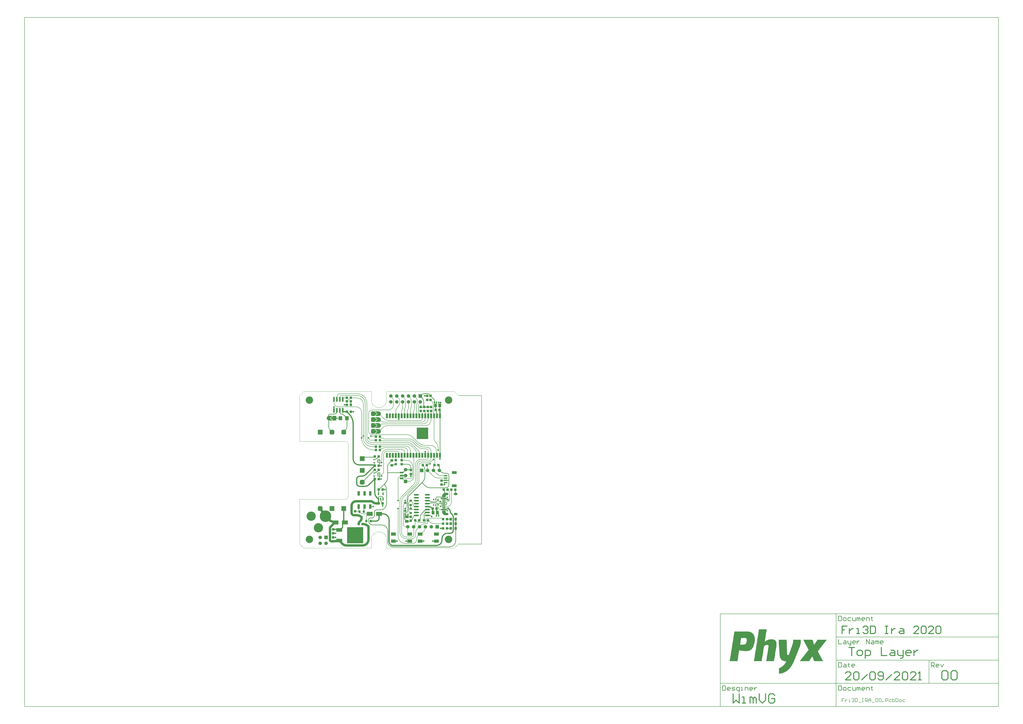
<source format=gtl>
G04*
G04 #@! TF.GenerationSoftware,Altium Limited,Altium Designer,21.7.0 (8)*
G04*
G04 Layer_Physical_Order=1*
G04 Layer_Color=32768*
%FSLAX25Y25*%
%MOIN*%
G70*
G04*
G04 #@! TF.SameCoordinates,1325804E-F4F0-4480-9AD4-437C1A0D12FC*
G04*
G04*
G04 #@! TF.FilePolarity,Positive*
G04*
G01*
G75*
%ADD10C,0.00591*%
%ADD11C,0.00984*%
%ADD12C,0.00787*%
%ADD13C,0.00394*%
%ADD14C,0.01575*%
%ADD16R,0.07874X0.07874*%
%ADD17R,0.04331X0.03937*%
%ADD18R,0.05906X0.03150*%
%ADD19O,0.02362X0.08661*%
%ADD20R,0.06299X0.07087*%
%ADD21R,0.03937X0.04331*%
%ADD22R,0.06102X0.02362*%
%ADD23R,0.07874X0.04724*%
%ADD24R,0.03347X0.03937*%
%ADD25R,0.03347X0.03937*%
%ADD26R,0.05118X0.05906*%
%ADD27R,0.03937X0.05118*%
%ADD28O,0.08661X0.02362*%
%ADD29R,0.03937X0.03347*%
%ADD30R,0.03937X0.03347*%
%ADD31R,0.05906X0.05118*%
%ADD32R,0.07874X0.05512*%
%ADD33R,0.03543X0.01575*%
%ADD34R,0.05118X0.03937*%
%ADD35R,0.02362X0.04528*%
%ADD36R,0.10236X0.06693*%
%ADD37R,0.09843X0.05906*%
%ADD38R,0.27559X0.27559*%
%ADD39R,0.04331X0.07677*%
G04:AMPARAMS|DCode=40|XSize=43.31mil|YSize=76.77mil|CornerRadius=10.83mil|HoleSize=0mil|Usage=FLASHONLY|Rotation=0.000|XOffset=0mil|YOffset=0mil|HoleType=Round|Shape=RoundedRectangle|*
%AMROUNDEDRECTD40*
21,1,0.04331,0.05512,0,0,0.0*
21,1,0.02165,0.07677,0,0,0.0*
1,1,0.02165,0.01083,-0.02756*
1,1,0.02165,-0.01083,-0.02756*
1,1,0.02165,-0.01083,0.02756*
1,1,0.02165,0.01083,0.02756*
%
%ADD40ROUNDEDRECTD40*%
%ADD41R,0.05709X0.01181*%
%ADD42R,0.02165X0.03150*%
%ADD43R,0.03543X0.07874*%
%ADD91C,0.01968*%
%ADD92C,0.00591*%
%ADD93C,0.03937*%
%ADD94C,0.01968*%
%ADD95R,0.01575X0.03937*%
%ADD96R,0.19685X0.19685*%
%ADD97C,0.05906*%
%ADD98R,0.05906X0.05906*%
%ADD99R,0.05906X0.05906*%
%ADD100C,0.06000*%
G04:AMPARAMS|DCode=101|XSize=60mil|YSize=60mil|CornerRadius=15mil|HoleSize=0mil|Usage=FLASHONLY|Rotation=270.000|XOffset=0mil|YOffset=0mil|HoleType=Round|Shape=RoundedRectangle|*
%AMROUNDEDRECTD101*
21,1,0.06000,0.03000,0,0,270.0*
21,1,0.03000,0.06000,0,0,270.0*
1,1,0.03000,-0.01500,-0.01500*
1,1,0.03000,-0.01500,0.01500*
1,1,0.03000,0.01500,0.01500*
1,1,0.03000,0.01500,-0.01500*
%
%ADD101ROUNDEDRECTD101*%
%ADD102C,0.15748*%
%ADD103C,0.19685*%
G04:AMPARAMS|DCode=104|XSize=78.74mil|YSize=78.74mil|CornerRadius=19.68mil|HoleSize=0mil|Usage=FLASHONLY|Rotation=180.000|XOffset=0mil|YOffset=0mil|HoleType=Round|Shape=RoundedRectangle|*
%AMROUNDEDRECTD104*
21,1,0.07874,0.03937,0,0,180.0*
21,1,0.03937,0.07874,0,0,180.0*
1,1,0.03937,-0.01968,0.01968*
1,1,0.03937,0.01968,0.01968*
1,1,0.03937,0.01968,-0.01968*
1,1,0.03937,-0.01968,-0.01968*
%
%ADD104ROUNDEDRECTD104*%
G04:AMPARAMS|DCode=105|XSize=78.74mil|YSize=78.74mil|CornerRadius=19.68mil|HoleSize=0mil|Usage=FLASHONLY|Rotation=270.000|XOffset=0mil|YOffset=0mil|HoleType=Round|Shape=RoundedRectangle|*
%AMROUNDEDRECTD105*
21,1,0.07874,0.03937,0,0,270.0*
21,1,0.03937,0.07874,0,0,270.0*
1,1,0.03937,-0.01968,-0.01968*
1,1,0.03937,-0.01968,0.01968*
1,1,0.03937,0.01968,0.01968*
1,1,0.03937,0.01968,-0.01968*
%
%ADD105ROUNDEDRECTD105*%
%ADD106R,0.07874X0.07874*%
%ADD107O,0.08268X0.03937*%
%ADD108O,0.06299X0.03937*%
%ADD109C,0.02559*%
%ADD110C,0.12598*%
%ADD111C,0.02756*%
G36*
X127835Y231968D02*
X127795Y231624D01*
X127890Y230939D01*
X128208Y230325D01*
X128711Y229851D01*
X129016Y229685D01*
X129387Y229759D01*
X130122Y229576D01*
X130709Y229095D01*
X131033Y228410D01*
X131033Y227653D01*
X130709Y226968D01*
X130122Y226487D01*
X129387Y226304D01*
X129016Y226378D01*
X128709Y226207D01*
X128201Y225724D01*
X127884Y225100D01*
X127792Y224405D01*
X127835Y224056D01*
X126555Y224056D01*
X123504Y224095D01*
X123077D01*
X122289Y224421D01*
X121685Y225025D01*
X121358Y225813D01*
Y226240D01*
Y228031D01*
Y229823D01*
Y230250D01*
X121685Y231038D01*
X122289Y231642D01*
X123077Y231968D01*
X126555D01*
X127835Y231968D01*
D02*
G37*
G36*
X135217Y231818D02*
X135930Y231523D01*
X136572Y231094D01*
X137118Y230548D01*
X137546Y229907D01*
X137842Y229194D01*
X137992Y228437D01*
Y228051D01*
Y227661D01*
X137840Y226897D01*
X137542Y226177D01*
X137109Y225529D01*
X136558Y224978D01*
X135910Y224545D01*
X135190Y224247D01*
X134425Y224095D01*
X131673D01*
X128626Y224095D01*
X128620Y224352D01*
X128766Y224844D01*
X129056Y225268D01*
X129463Y225582D01*
X129705Y225669D01*
X129705Y225669D01*
X130125Y225761D01*
X130882Y226161D01*
X131448Y226803D01*
X131751Y227603D01*
X131751Y228460D01*
X131448Y229260D01*
X130882Y229902D01*
X130125Y230302D01*
X129705Y230394D01*
X129705Y230394D01*
X129463Y230481D01*
X129056Y230795D01*
X128766Y231219D01*
X128620Y231712D01*
X128626Y231968D01*
X128626Y231968D01*
X131673Y231968D01*
X134461D01*
X135217Y231818D01*
D02*
G37*
G36*
X127835Y224056D02*
X127835D01*
D01*
X127835D01*
D02*
G37*
G36*
X57480Y224448D02*
X60531Y224410D01*
X60958D01*
X61747Y224083D01*
X62350Y223479D01*
X62677Y222691D01*
Y222264D01*
X62677D01*
X62677Y220472D01*
X62677Y218681D01*
X62677D01*
Y218254D01*
X62350Y217466D01*
X61747Y216862D01*
X60958Y216535D01*
X57480D01*
X57480Y216535D01*
Y216535D01*
X56201D01*
X56241Y216880D01*
X56145Y217565D01*
X55828Y218179D01*
X55324Y218653D01*
X55020Y218819D01*
X55020Y218819D01*
X54648Y218745D01*
X53913Y218928D01*
X53327Y219409D01*
X53003Y220094D01*
X53003Y220851D01*
X53327Y221536D01*
X53913Y222017D01*
X54648Y222200D01*
X55020Y222126D01*
Y222126D01*
X55327Y222297D01*
X55834Y222780D01*
X56151Y223404D01*
X56244Y224099D01*
X56201Y224448D01*
Y224448D01*
X57480Y224448D01*
D02*
G37*
G36*
X55410Y224409D02*
X55416Y224152D01*
X55270Y223660D01*
X54979Y223236D01*
X54572Y222922D01*
X54331Y222835D01*
X54331Y222835D01*
X53911Y222743D01*
X53154Y222343D01*
X52587Y221701D01*
X52284Y220901D01*
X52284Y220044D01*
X52587Y219244D01*
X53154Y218602D01*
X53911Y218202D01*
X54331Y218110D01*
X54331Y218110D01*
X54572Y218023D01*
X54979Y217709D01*
X55269Y217285D01*
X55416Y216792D01*
X55410Y216536D01*
X55410Y216536D01*
X52362Y216535D01*
X49634D01*
X48877Y216686D01*
X48164Y216981D01*
X47523Y217410D01*
X46977Y217956D01*
X46548Y218597D01*
X46253Y219310D01*
X46102Y220067D01*
Y220453D01*
Y220843D01*
X46254Y221607D01*
X46553Y222327D01*
X46986Y222975D01*
X47537Y223526D01*
X48185Y223959D01*
X48905Y224257D01*
X49669Y224410D01*
X52362D01*
X55410Y224409D01*
D02*
G37*
G36*
X127835Y221969D02*
X127795Y221624D01*
X127890Y220939D01*
X128208Y220325D01*
X128711Y219851D01*
X129016Y219685D01*
X129387Y219759D01*
X130122Y219576D01*
X130709Y219095D01*
X131033Y218410D01*
X131033Y217653D01*
X130709Y216968D01*
X130122Y216487D01*
X129387Y216304D01*
X129016Y216378D01*
X128709Y216207D01*
X128201Y215724D01*
X127884Y215100D01*
X127792Y214405D01*
X127835Y214056D01*
X126555Y214056D01*
X123504Y214094D01*
X123077D01*
X122289Y214421D01*
X121685Y215025D01*
X121358Y215813D01*
Y216240D01*
Y218032D01*
Y219823D01*
Y220250D01*
X121685Y221038D01*
X122289Y221642D01*
X123077Y221969D01*
X126555D01*
X127835Y221969D01*
D02*
G37*
G36*
X135217Y221818D02*
X135930Y221523D01*
X136572Y221094D01*
X137118Y220548D01*
X137546Y219907D01*
X137842Y219194D01*
X137992Y218437D01*
Y218051D01*
Y217661D01*
X137840Y216897D01*
X137542Y216177D01*
X137109Y215529D01*
X136558Y214978D01*
X135910Y214545D01*
X135190Y214247D01*
X134425Y214094D01*
X131673D01*
X128626Y214095D01*
X128620Y214352D01*
X128766Y214844D01*
X129056Y215268D01*
X129463Y215582D01*
X129705Y215669D01*
X129705Y215669D01*
X130125Y215761D01*
X130882Y216161D01*
X131448Y216803D01*
X131751Y217603D01*
X131751Y218460D01*
X131448Y219260D01*
X130882Y219902D01*
X130125Y220302D01*
X129705Y220394D01*
X129705Y220394D01*
X129463Y220481D01*
X129056Y220795D01*
X128766Y221219D01*
X128620Y221711D01*
X128626Y221968D01*
X128626Y221968D01*
X131673Y221969D01*
X134461D01*
X135217Y221818D01*
D02*
G37*
G36*
X127835Y214056D02*
X127835D01*
D01*
X127835D01*
D02*
G37*
G36*
X127835Y211968D02*
X127795Y211624D01*
X127890Y210939D01*
X128208Y210325D01*
X128711Y209851D01*
X129016Y209685D01*
X129387Y209759D01*
X130122Y209576D01*
X130709Y209095D01*
X131033Y208410D01*
X131033Y207653D01*
X130709Y206968D01*
X130122Y206487D01*
X129387Y206304D01*
X129016Y206378D01*
X128709Y206207D01*
X128201Y205724D01*
X127884Y205100D01*
X127792Y204405D01*
X127835Y204056D01*
X126555Y204056D01*
X123504Y204095D01*
X123077D01*
X122289Y204421D01*
X121685Y205025D01*
X121358Y205813D01*
Y206240D01*
Y208032D01*
Y209823D01*
Y210250D01*
X121685Y211038D01*
X122289Y211642D01*
X123077Y211968D01*
X126555D01*
X127835Y211968D01*
D02*
G37*
G36*
X135217Y211818D02*
X135930Y211523D01*
X136572Y211094D01*
X137118Y210548D01*
X137546Y209907D01*
X137842Y209194D01*
X137992Y208437D01*
Y208051D01*
Y207662D01*
X137840Y206897D01*
X137542Y206177D01*
X137109Y205529D01*
X136558Y204978D01*
X135910Y204545D01*
X135190Y204247D01*
X134425Y204095D01*
X131673D01*
X128626Y204095D01*
X128620Y204351D01*
X128766Y204844D01*
X129056Y205268D01*
X129463Y205582D01*
X129705Y205669D01*
X129705Y205669D01*
X130125Y205761D01*
X130882Y206161D01*
X131448Y206803D01*
X131751Y207603D01*
X131751Y208459D01*
X131448Y209260D01*
X130882Y209902D01*
X130125Y210302D01*
X129705Y210394D01*
X129705Y210394D01*
X129463Y210481D01*
X129056Y210795D01*
X128766Y211219D01*
X128620Y211712D01*
X128626Y211968D01*
X128626Y211968D01*
X131673Y211968D01*
X134461D01*
X135217Y211818D01*
D02*
G37*
G36*
X127835Y204056D02*
X127835D01*
D01*
X127835D01*
D02*
G37*
G36*
X127835Y201969D02*
X127795Y201624D01*
X127890Y200939D01*
X128208Y200325D01*
X128711Y199851D01*
X129016Y199685D01*
X129387Y199759D01*
X130122Y199576D01*
X130709Y199095D01*
X131033Y198410D01*
X131033Y197653D01*
X130709Y196968D01*
X130122Y196487D01*
X129387Y196304D01*
X129016Y196378D01*
X128709Y196207D01*
X128201Y195724D01*
X127884Y195100D01*
X127792Y194405D01*
X127835Y194056D01*
X126555Y194056D01*
X123504Y194095D01*
X123077D01*
X122289Y194421D01*
X121685Y195025D01*
X121358Y195813D01*
Y196240D01*
Y198031D01*
Y199823D01*
Y200250D01*
X121685Y201038D01*
X122289Y201642D01*
X123077Y201969D01*
X126555D01*
X127835Y201969D01*
D02*
G37*
G36*
X135217Y201818D02*
X135930Y201523D01*
X136572Y201094D01*
X137118Y200548D01*
X137546Y199907D01*
X137842Y199194D01*
X137992Y198437D01*
Y198051D01*
Y197661D01*
X137840Y196897D01*
X137542Y196177D01*
X137109Y195529D01*
X136558Y194978D01*
X135910Y194545D01*
X135190Y194246D01*
X134425Y194095D01*
X133642D01*
Y194095D01*
X131673D01*
X128626Y194095D01*
X128620Y194351D01*
X128766Y194844D01*
X129056Y195268D01*
X129463Y195582D01*
X129705Y195669D01*
X129705Y195669D01*
X130125Y195761D01*
X130882Y196161D01*
X131448Y196803D01*
X131751Y197603D01*
X131751Y198459D01*
X131448Y199260D01*
X130882Y199902D01*
X130125Y200302D01*
X129705Y200394D01*
X129705Y200394D01*
X129463Y200481D01*
X129056Y200795D01*
X128766Y201219D01*
X128620Y201712D01*
X128626Y201968D01*
X128626Y201968D01*
X131673Y201969D01*
X133642D01*
Y201969D01*
X134461D01*
X135217Y201818D01*
D02*
G37*
G36*
X127835Y194056D02*
X127835D01*
D01*
X127835D01*
D02*
G37*
G36*
X251706Y93401D02*
X252259Y92847D01*
X252559Y92124D01*
Y91732D01*
Y91341D01*
X252259Y90617D01*
X251706Y90064D01*
X250982Y89764D01*
X250590D01*
X249409Y89764D01*
X249102Y89733D01*
X248534Y89498D01*
X248100Y89064D01*
X247865Y88496D01*
X247835Y88189D01*
Y86221D01*
X241929D01*
Y87930D01*
Y88460D01*
X242136Y89499D01*
X242541Y90477D01*
X243129Y91358D01*
X243504Y91732D01*
X243504D01*
X244916Y93144D01*
X245048Y93276D01*
X245359Y93484D01*
X245705Y93628D01*
X246073Y93701D01*
X250982D01*
X251706Y93401D01*
D02*
G37*
G36*
X249803Y83943D02*
Y83071D01*
X239567D01*
Y85433D01*
X248622D01*
X249803Y83943D01*
D02*
G37*
G36*
X249699Y65533D02*
X248622Y64173D01*
X240354D01*
X239961Y64567D01*
Y66142D01*
X240354Y66535D01*
X249699D01*
Y65533D01*
D02*
G37*
G36*
X247835Y61417D02*
X247865Y61110D01*
X248100Y60542D01*
X248534Y60108D01*
X249102Y59873D01*
X249409Y59842D01*
X250590D01*
Y59842D01*
X250982D01*
X251706Y59543D01*
X252259Y58989D01*
X252559Y58266D01*
Y57874D01*
Y57482D01*
X252259Y56759D01*
X251706Y56205D01*
X250982Y55905D01*
X246073D01*
X245705Y55979D01*
X245359Y56122D01*
X245048Y56330D01*
X244916Y56462D01*
X243504Y57874D01*
X243504Y57874D01*
X243129Y58249D01*
X242541Y59129D01*
X242136Y60108D01*
X241929Y61146D01*
Y61676D01*
Y63386D01*
X247835D01*
Y61417D01*
D02*
G37*
G36*
X895101Y-155808D02*
X894814D01*
Y-156094D01*
X894528D01*
Y-156380D01*
Y-156667D01*
X894242D01*
Y-156953D01*
X893955D01*
Y-157239D01*
X893669D01*
Y-157526D01*
Y-157812D01*
X893383D01*
Y-158098D01*
X893096D01*
Y-158385D01*
X892810D01*
Y-158671D01*
X892524D01*
Y-158957D01*
Y-159244D01*
X892237D01*
Y-159530D01*
X891951D01*
Y-159816D01*
X891665D01*
Y-160102D01*
Y-160389D01*
X891378D01*
Y-160675D01*
X891092D01*
Y-160961D01*
X890806D01*
Y-161248D01*
X890520D01*
Y-161534D01*
Y-161820D01*
X890233D01*
Y-162107D01*
X889947D01*
Y-162393D01*
X889661D01*
Y-162679D01*
Y-162966D01*
X889374D01*
Y-163252D01*
X889088D01*
Y-163538D01*
X888802D01*
Y-163824D01*
Y-164111D01*
X888515D01*
Y-164397D01*
X888229D01*
Y-164683D01*
X887943D01*
Y-164970D01*
X887656D01*
Y-165256D01*
Y-165542D01*
X887370D01*
Y-165829D01*
X887084D01*
Y-166115D01*
X886798D01*
Y-166401D01*
Y-166688D01*
X886511D01*
Y-166974D01*
X886225D01*
Y-167260D01*
X885939D01*
Y-167547D01*
Y-167833D01*
X885652D01*
Y-168119D01*
X885366D01*
Y-168405D01*
X885080D01*
Y-168692D01*
X884793D01*
Y-168978D01*
Y-169264D01*
X884507D01*
Y-169551D01*
X884221D01*
Y-169837D01*
X883934D01*
Y-170123D01*
Y-170410D01*
X883648D01*
Y-170696D01*
X883362D01*
Y-170982D01*
X883076D01*
Y-171269D01*
Y-171555D01*
X882789D01*
Y-171841D01*
X882503D01*
Y-172127D01*
X882216D01*
Y-172414D01*
X881930D01*
Y-172700D01*
Y-172986D01*
X881644D01*
Y-173273D01*
X881358D01*
Y-173559D01*
X881071D01*
Y-173845D01*
Y-174132D01*
X880785D01*
Y-174418D01*
X880499D01*
Y-174704D01*
X880212D01*
Y-174991D01*
X879926D01*
Y-175277D01*
Y-175563D01*
X880212D01*
Y-175850D01*
Y-176136D01*
X880499D01*
Y-176422D01*
Y-176709D01*
X880785D01*
Y-176995D01*
X881071D01*
Y-177281D01*
Y-177568D01*
X881358D01*
Y-177854D01*
Y-178140D01*
X881644D01*
Y-178426D01*
Y-178713D01*
X881930D01*
Y-178999D01*
Y-179285D01*
X882216D01*
Y-179572D01*
Y-179858D01*
X882503D01*
Y-180144D01*
Y-180431D01*
X882789D01*
Y-180717D01*
Y-181003D01*
X883076D01*
Y-181290D01*
Y-181576D01*
X883362D01*
Y-181862D01*
X883648D01*
Y-182149D01*
Y-182435D01*
X883934D01*
Y-182721D01*
Y-183007D01*
X884221D01*
Y-183294D01*
Y-183580D01*
X884507D01*
Y-183866D01*
Y-184153D01*
X884793D01*
Y-184439D01*
Y-184725D01*
X885080D01*
Y-185012D01*
Y-185298D01*
X885366D01*
Y-185584D01*
Y-185871D01*
X885652D01*
Y-186157D01*
X885939D01*
Y-186443D01*
Y-186730D01*
X886225D01*
Y-187016D01*
Y-187302D01*
X886511D01*
Y-187588D01*
Y-187875D01*
X886798D01*
Y-188161D01*
Y-188447D01*
X887084D01*
Y-188734D01*
Y-189020D01*
X887370D01*
Y-189306D01*
Y-189593D01*
X887656D01*
Y-189879D01*
Y-190165D01*
X887943D01*
Y-190452D01*
X888229D01*
Y-190738D01*
Y-191024D01*
X888515D01*
Y-191311D01*
Y-191597D01*
X888802D01*
Y-191883D01*
X873627D01*
Y-191597D01*
X873341D01*
Y-191311D01*
Y-191024D01*
Y-190738D01*
X873055D01*
Y-190452D01*
Y-190165D01*
Y-189879D01*
X872768D01*
Y-189593D01*
Y-189306D01*
X872482D01*
Y-189020D01*
Y-188734D01*
Y-188447D01*
X872196D01*
Y-188161D01*
Y-187875D01*
Y-187588D01*
X871909D01*
Y-187302D01*
Y-187016D01*
X871623D01*
Y-186730D01*
Y-186443D01*
Y-186157D01*
X871337D01*
Y-185871D01*
Y-185584D01*
Y-185298D01*
X871050D01*
Y-185012D01*
Y-184725D01*
Y-184439D01*
X870764D01*
Y-184153D01*
X870191D01*
Y-184439D01*
Y-184725D01*
X869905D01*
Y-185012D01*
X869619D01*
Y-185298D01*
Y-185584D01*
X869332D01*
Y-185871D01*
X869046D01*
Y-186157D01*
Y-186443D01*
X868760D01*
Y-186730D01*
X868474D01*
Y-187016D01*
Y-187302D01*
X868187D01*
Y-187588D01*
X867901D01*
Y-187875D01*
X867615D01*
Y-188161D01*
Y-188447D01*
X867328D01*
Y-188734D01*
X867042D01*
Y-189020D01*
Y-189306D01*
X866756D01*
Y-189593D01*
X866469D01*
Y-189879D01*
Y-190165D01*
X866183D01*
Y-190452D01*
X865897D01*
Y-190738D01*
Y-191024D01*
X865610D01*
Y-191311D01*
X865324D01*
Y-191597D01*
Y-191883D01*
X849290D01*
Y-191597D01*
X849577D01*
Y-191311D01*
X849863D01*
Y-191024D01*
X850150D01*
Y-190738D01*
X850436D01*
Y-190452D01*
Y-190165D01*
X850722D01*
Y-189879D01*
X851008D01*
Y-189593D01*
X851295D01*
Y-189306D01*
X851581D01*
Y-189020D01*
Y-188734D01*
X851867D01*
Y-188447D01*
X852154D01*
Y-188161D01*
X852440D01*
Y-187875D01*
Y-187588D01*
X852726D01*
Y-187302D01*
X853013D01*
Y-187016D01*
X853299D01*
Y-186730D01*
X853585D01*
Y-186443D01*
Y-186157D01*
X853872D01*
Y-185871D01*
X854158D01*
Y-185584D01*
X854444D01*
Y-185298D01*
X854731D01*
Y-185012D01*
Y-184725D01*
X855017D01*
Y-184439D01*
X855303D01*
Y-184153D01*
X855589D01*
Y-183866D01*
Y-183580D01*
X855876D01*
Y-183294D01*
X856162D01*
Y-183007D01*
X856448D01*
Y-182721D01*
X856735D01*
Y-182435D01*
Y-182149D01*
X857021D01*
Y-181862D01*
X857307D01*
Y-181576D01*
X857594D01*
Y-181290D01*
Y-181003D01*
X857880D01*
Y-180717D01*
X858166D01*
Y-180431D01*
X858453D01*
Y-180144D01*
X858739D01*
Y-179858D01*
Y-179572D01*
X859025D01*
Y-179285D01*
X859311D01*
Y-178999D01*
X859598D01*
Y-178713D01*
Y-178426D01*
X859884D01*
Y-178140D01*
X860170D01*
Y-177854D01*
X860457D01*
Y-177568D01*
X860743D01*
Y-177281D01*
Y-176995D01*
X861029D01*
Y-176709D01*
X861316D01*
Y-176422D01*
X861602D01*
Y-176136D01*
X861888D01*
Y-175850D01*
Y-175563D01*
X862175D01*
Y-175277D01*
X862461D01*
Y-174991D01*
X862747D01*
Y-174704D01*
Y-174418D01*
X863034D01*
Y-174132D01*
X863320D01*
Y-173845D01*
X863606D01*
Y-173559D01*
X863892D01*
Y-173273D01*
Y-172986D01*
X864179D01*
Y-172700D01*
Y-172414D01*
Y-172127D01*
X863892D01*
Y-171841D01*
X863606D01*
Y-171555D01*
Y-171269D01*
X863320D01*
Y-170982D01*
Y-170696D01*
X863034D01*
Y-170410D01*
Y-170123D01*
X862747D01*
Y-169837D01*
Y-169551D01*
X862461D01*
Y-169264D01*
Y-168978D01*
X862175D01*
Y-168692D01*
Y-168405D01*
X861888D01*
Y-168119D01*
X861602D01*
Y-167833D01*
Y-167547D01*
X861316D01*
Y-167260D01*
Y-166974D01*
X861029D01*
Y-166688D01*
Y-166401D01*
X860743D01*
Y-166115D01*
Y-165829D01*
X860457D01*
Y-165542D01*
Y-165256D01*
X860170D01*
Y-164970D01*
Y-164683D01*
X859884D01*
Y-164397D01*
X859598D01*
Y-164111D01*
Y-163824D01*
X859311D01*
Y-163538D01*
Y-163252D01*
X859025D01*
Y-162966D01*
Y-162679D01*
X858739D01*
Y-162393D01*
Y-162107D01*
X858453D01*
Y-161820D01*
Y-161534D01*
X858166D01*
Y-161248D01*
Y-160961D01*
X857880D01*
Y-160675D01*
Y-160389D01*
X857594D01*
Y-160102D01*
X857307D01*
Y-159816D01*
Y-159530D01*
X857021D01*
Y-159244D01*
Y-158957D01*
X856735D01*
Y-158671D01*
Y-158385D01*
X856448D01*
Y-158098D01*
Y-157812D01*
X856162D01*
Y-157526D01*
Y-157239D01*
X855876D01*
Y-156953D01*
Y-156667D01*
X855589D01*
Y-156380D01*
X855303D01*
Y-156094D01*
Y-155808D01*
X855017D01*
Y-155521D01*
X870764D01*
Y-155808D01*
X871050D01*
Y-156094D01*
Y-156380D01*
Y-156667D01*
X871337D01*
Y-156953D01*
Y-157239D01*
Y-157526D01*
X871623D01*
Y-157812D01*
Y-158098D01*
Y-158385D01*
X871909D01*
Y-158671D01*
Y-158957D01*
Y-159244D01*
X872196D01*
Y-159530D01*
Y-159816D01*
Y-160102D01*
X872482D01*
Y-160389D01*
Y-160675D01*
Y-160961D01*
X872768D01*
Y-161248D01*
Y-161534D01*
Y-161820D01*
X873055D01*
Y-162107D01*
Y-162393D01*
Y-162679D01*
X873341D01*
Y-162966D01*
Y-163252D01*
Y-163538D01*
Y-163824D01*
X873913D01*
Y-163538D01*
X874200D01*
Y-163252D01*
X874486D01*
Y-162966D01*
Y-162679D01*
X874772D01*
Y-162393D01*
X875059D01*
Y-162107D01*
Y-161820D01*
X875345D01*
Y-161534D01*
X875631D01*
Y-161248D01*
Y-160961D01*
X875918D01*
Y-160675D01*
X876204D01*
Y-160389D01*
Y-160102D01*
X876490D01*
Y-159816D01*
X876777D01*
Y-159530D01*
Y-159244D01*
X877063D01*
Y-158957D01*
X877349D01*
Y-158671D01*
Y-158385D01*
X877635D01*
Y-158098D01*
X877922D01*
Y-157812D01*
Y-157526D01*
X878208D01*
Y-157239D01*
X878494D01*
Y-156953D01*
Y-156667D01*
X878781D01*
Y-156380D01*
X879067D01*
Y-156094D01*
Y-155808D01*
X879353D01*
Y-155521D01*
X895101D01*
Y-155808D01*
D02*
G37*
G36*
X761965Y-141778D02*
X763683D01*
Y-142065D01*
X764542D01*
Y-142351D01*
X765401D01*
Y-142637D01*
X766260D01*
Y-142924D01*
X766832D01*
Y-143210D01*
X767119D01*
Y-143496D01*
X767691D01*
Y-143783D01*
X767978D01*
Y-144069D01*
X768550D01*
Y-144355D01*
X768837D01*
Y-144641D01*
X769123D01*
Y-144928D01*
X769409D01*
Y-145214D01*
X769696D01*
Y-145501D01*
X769982D01*
Y-145787D01*
X770268D01*
Y-146073D01*
Y-146359D01*
X770554D01*
Y-146646D01*
X770841D01*
Y-146932D01*
Y-147218D01*
X771127D01*
Y-147505D01*
X771414D01*
Y-147791D01*
Y-148077D01*
X771700D01*
Y-148364D01*
Y-148650D01*
Y-148936D01*
X771986D01*
Y-149223D01*
Y-149509D01*
Y-149795D01*
X772272D01*
Y-150082D01*
Y-150368D01*
Y-150654D01*
Y-150940D01*
X772559D01*
Y-151227D01*
Y-151513D01*
Y-151799D01*
Y-152086D01*
Y-152372D01*
X772845D01*
Y-152658D01*
Y-152945D01*
Y-153231D01*
Y-153517D01*
Y-153804D01*
Y-154090D01*
Y-154376D01*
Y-154663D01*
Y-154949D01*
Y-155235D01*
Y-155521D01*
Y-155808D01*
Y-156094D01*
Y-156380D01*
Y-156667D01*
Y-156953D01*
Y-157239D01*
Y-157526D01*
Y-157812D01*
Y-158098D01*
X772559D01*
Y-158385D01*
Y-158671D01*
Y-158957D01*
Y-159244D01*
Y-159530D01*
Y-159816D01*
Y-160102D01*
X772272D01*
Y-160389D01*
Y-160675D01*
Y-160961D01*
Y-161248D01*
Y-161534D01*
X771986D01*
Y-161820D01*
Y-162107D01*
Y-162393D01*
Y-162679D01*
Y-162966D01*
X771700D01*
Y-163252D01*
Y-163538D01*
Y-163824D01*
X771414D01*
Y-164111D01*
Y-164397D01*
Y-164683D01*
Y-164970D01*
X771127D01*
Y-165256D01*
Y-165542D01*
Y-165829D01*
X770841D01*
Y-166115D01*
Y-166401D01*
X770554D01*
Y-166688D01*
Y-166974D01*
Y-167260D01*
X770268D01*
Y-167547D01*
Y-167833D01*
X769982D01*
Y-168119D01*
Y-168405D01*
X769696D01*
Y-168692D01*
Y-168978D01*
X769409D01*
Y-169264D01*
X769123D01*
Y-169551D01*
Y-169837D01*
X768837D01*
Y-170123D01*
X768550D01*
Y-170410D01*
X768264D01*
Y-170696D01*
Y-170982D01*
X767978D01*
Y-171269D01*
X767691D01*
Y-171555D01*
X767405D01*
Y-171841D01*
X767119D01*
Y-172127D01*
X766832D01*
Y-172414D01*
X766260D01*
Y-172700D01*
X765974D01*
Y-172986D01*
X765401D01*
Y-173273D01*
X765115D01*
Y-173559D01*
X764542D01*
Y-173845D01*
X763683D01*
Y-174132D01*
X762824D01*
Y-174418D01*
X761965D01*
Y-174704D01*
X760247D01*
Y-174991D01*
X755094D01*
Y-174704D01*
X752517D01*
Y-174418D01*
X750513D01*
Y-174132D01*
X749081D01*
Y-173845D01*
X747649D01*
Y-173559D01*
X746218D01*
Y-173845D01*
Y-174132D01*
Y-174418D01*
Y-174704D01*
Y-174991D01*
Y-175277D01*
Y-175563D01*
X745932D01*
Y-175850D01*
Y-176136D01*
Y-176422D01*
Y-176709D01*
Y-176995D01*
Y-177281D01*
X745645D01*
Y-177568D01*
Y-177854D01*
Y-178140D01*
Y-178426D01*
Y-178713D01*
Y-178999D01*
X745359D01*
Y-179285D01*
Y-179572D01*
Y-179858D01*
Y-180144D01*
Y-180431D01*
Y-180717D01*
Y-181003D01*
X745073D01*
Y-181290D01*
Y-181576D01*
Y-181862D01*
Y-182149D01*
Y-182435D01*
Y-182721D01*
X744786D01*
Y-183007D01*
Y-183294D01*
Y-183580D01*
Y-183866D01*
Y-184153D01*
Y-184439D01*
X744500D01*
Y-184725D01*
Y-185012D01*
Y-185298D01*
Y-185584D01*
Y-185871D01*
Y-186157D01*
Y-186443D01*
X744214D01*
Y-186730D01*
Y-187016D01*
Y-187302D01*
Y-187588D01*
Y-187875D01*
Y-188161D01*
X743927D01*
Y-188447D01*
Y-188734D01*
Y-189020D01*
Y-189306D01*
Y-189593D01*
Y-189879D01*
X743641D01*
Y-190165D01*
Y-190452D01*
Y-190738D01*
Y-191024D01*
Y-191311D01*
Y-191597D01*
Y-191883D01*
X730184D01*
Y-191597D01*
X730471D01*
Y-191311D01*
Y-191024D01*
Y-190738D01*
Y-190452D01*
Y-190165D01*
X730757D01*
Y-189879D01*
Y-189593D01*
Y-189306D01*
Y-189020D01*
Y-188734D01*
Y-188447D01*
Y-188161D01*
X731043D01*
Y-187875D01*
Y-187588D01*
Y-187302D01*
Y-187016D01*
Y-186730D01*
Y-186443D01*
X731330D01*
Y-186157D01*
Y-185871D01*
Y-185584D01*
Y-185298D01*
Y-185012D01*
Y-184725D01*
X731616D01*
Y-184439D01*
Y-184153D01*
Y-183866D01*
Y-183580D01*
Y-183294D01*
Y-183007D01*
Y-182721D01*
X731902D01*
Y-182435D01*
Y-182149D01*
Y-181862D01*
Y-181576D01*
Y-181290D01*
Y-181003D01*
X732189D01*
Y-180717D01*
Y-180431D01*
Y-180144D01*
Y-179858D01*
Y-179572D01*
Y-179285D01*
X732475D01*
Y-178999D01*
Y-178713D01*
Y-178426D01*
Y-178140D01*
Y-177854D01*
Y-177568D01*
X732761D01*
Y-177281D01*
Y-176995D01*
Y-176709D01*
Y-176422D01*
Y-176136D01*
Y-175850D01*
Y-175563D01*
X733047D01*
Y-175277D01*
Y-174991D01*
Y-174704D01*
Y-174418D01*
Y-174132D01*
Y-173845D01*
X733334D01*
Y-173559D01*
Y-173273D01*
Y-172986D01*
Y-172700D01*
Y-172414D01*
Y-172127D01*
X733620D01*
Y-171841D01*
Y-171555D01*
Y-171269D01*
Y-170982D01*
Y-170696D01*
Y-170410D01*
X733907D01*
Y-170123D01*
Y-169837D01*
Y-169551D01*
Y-169264D01*
Y-168978D01*
Y-168692D01*
Y-168405D01*
X734193D01*
Y-168119D01*
Y-167833D01*
Y-167547D01*
Y-167260D01*
Y-166974D01*
Y-166688D01*
X734479D01*
Y-166401D01*
Y-166115D01*
Y-165829D01*
Y-165542D01*
Y-165256D01*
Y-164970D01*
X734765D01*
Y-164683D01*
Y-164397D01*
Y-164111D01*
Y-163824D01*
Y-163538D01*
Y-163252D01*
Y-162966D01*
X735052D01*
Y-162679D01*
Y-162393D01*
Y-162107D01*
Y-161820D01*
Y-161534D01*
Y-161248D01*
X735338D01*
Y-160961D01*
Y-160675D01*
Y-160389D01*
Y-160102D01*
Y-159816D01*
Y-159530D01*
X735624D01*
Y-159244D01*
Y-158957D01*
Y-158671D01*
Y-158385D01*
Y-158098D01*
Y-157812D01*
X735911D01*
Y-157526D01*
Y-157239D01*
Y-156953D01*
Y-156667D01*
Y-156380D01*
Y-156094D01*
Y-155808D01*
X736197D01*
Y-155521D01*
Y-155235D01*
Y-154949D01*
Y-154663D01*
Y-154376D01*
Y-154090D01*
X736483D01*
Y-153804D01*
Y-153517D01*
Y-153231D01*
Y-152945D01*
Y-152658D01*
Y-152372D01*
X736770D01*
Y-152086D01*
Y-151799D01*
Y-151513D01*
Y-151227D01*
Y-150940D01*
Y-150654D01*
Y-150368D01*
X737056D01*
Y-150082D01*
Y-149795D01*
Y-149509D01*
Y-149223D01*
Y-148936D01*
Y-148650D01*
X737342D01*
Y-148364D01*
Y-148077D01*
Y-147791D01*
Y-147505D01*
Y-147218D01*
Y-146932D01*
X737629D01*
Y-146646D01*
Y-146359D01*
Y-146073D01*
Y-145787D01*
Y-145501D01*
Y-145214D01*
Y-144928D01*
X737915D01*
Y-144641D01*
Y-144355D01*
Y-144069D01*
Y-143783D01*
Y-143496D01*
Y-143210D01*
X738201D01*
Y-142924D01*
Y-142637D01*
Y-142351D01*
Y-142065D01*
Y-141778D01*
Y-141492D01*
X761965D01*
Y-141778D01*
D02*
G37*
G36*
X851008Y-155808D02*
Y-156094D01*
Y-156380D01*
Y-156667D01*
Y-156953D01*
Y-157239D01*
Y-157526D01*
Y-157812D01*
Y-158098D01*
Y-158385D01*
Y-158671D01*
Y-158957D01*
Y-159244D01*
Y-159530D01*
Y-159816D01*
Y-160102D01*
Y-160389D01*
Y-160675D01*
Y-160961D01*
Y-161248D01*
Y-161534D01*
X850722D01*
Y-161820D01*
Y-162107D01*
Y-162393D01*
Y-162679D01*
Y-162966D01*
X850436D01*
Y-163252D01*
Y-163538D01*
Y-163824D01*
Y-164111D01*
X850150D01*
Y-164397D01*
Y-164683D01*
Y-164970D01*
Y-165256D01*
X849863D01*
Y-165542D01*
Y-165829D01*
Y-166115D01*
X849577D01*
Y-166401D01*
Y-166688D01*
Y-166974D01*
X849290D01*
Y-167260D01*
Y-167547D01*
Y-167833D01*
X849004D01*
Y-168119D01*
Y-168405D01*
Y-168692D01*
X848718D01*
Y-168978D01*
Y-169264D01*
X848432D01*
Y-169551D01*
Y-169837D01*
X848145D01*
Y-170123D01*
Y-170410D01*
Y-170696D01*
X847859D01*
Y-170982D01*
Y-171269D01*
X847573D01*
Y-171555D01*
Y-171841D01*
Y-172127D01*
X847286D01*
Y-172414D01*
Y-172700D01*
X847000D01*
Y-172986D01*
Y-173273D01*
Y-173559D01*
X846714D01*
Y-173845D01*
Y-174132D01*
X846427D01*
Y-174418D01*
Y-174704D01*
Y-174991D01*
X846141D01*
Y-175277D01*
Y-175563D01*
X845855D01*
Y-175850D01*
Y-176136D01*
Y-176422D01*
X845568D01*
Y-176709D01*
Y-176995D01*
X845282D01*
Y-177281D01*
Y-177568D01*
Y-177854D01*
X844996D01*
Y-178140D01*
Y-178426D01*
X844709D01*
Y-178713D01*
Y-178999D01*
Y-179285D01*
X844423D01*
Y-179572D01*
Y-179858D01*
X844137D01*
Y-180144D01*
Y-180431D01*
Y-180717D01*
X843851D01*
Y-181003D01*
Y-181290D01*
X843564D01*
Y-181576D01*
Y-181862D01*
Y-182149D01*
X843278D01*
Y-182435D01*
Y-182721D01*
X842992D01*
Y-183007D01*
Y-183294D01*
Y-183580D01*
X842705D01*
Y-183866D01*
Y-184153D01*
X842419D01*
Y-184439D01*
Y-184725D01*
Y-185012D01*
X842133D01*
Y-185298D01*
Y-185584D01*
X841846D01*
Y-185871D01*
Y-186157D01*
Y-186443D01*
X841560D01*
Y-186730D01*
Y-187016D01*
X841274D01*
Y-187302D01*
Y-187588D01*
Y-187875D01*
X840987D01*
Y-188161D01*
Y-188447D01*
X840701D01*
Y-188734D01*
Y-189020D01*
Y-189306D01*
X840415D01*
Y-189593D01*
Y-189879D01*
X840129D01*
Y-190165D01*
Y-190452D01*
Y-190738D01*
X839842D01*
Y-191024D01*
Y-191311D01*
X839556D01*
Y-191597D01*
Y-191883D01*
Y-192169D01*
X839270D01*
Y-192456D01*
Y-192742D01*
X838983D01*
Y-193028D01*
Y-193315D01*
X838697D01*
Y-193601D01*
Y-193887D01*
X838411D01*
Y-194174D01*
Y-194460D01*
Y-194746D01*
X838124D01*
Y-195033D01*
X837838D01*
Y-195319D01*
Y-195605D01*
Y-195891D01*
X837552D01*
Y-196178D01*
X837265D01*
Y-196464D01*
Y-196750D01*
X836979D01*
Y-197037D01*
Y-197323D01*
X836693D01*
Y-197609D01*
Y-197896D01*
X836407D01*
Y-198182D01*
Y-198468D01*
X836120D01*
Y-198755D01*
X835834D01*
Y-199041D01*
Y-199327D01*
X835548D01*
Y-199614D01*
Y-199900D01*
X835261D01*
Y-200186D01*
X834975D01*
Y-200472D01*
X834689D01*
Y-200759D01*
Y-201045D01*
X834402D01*
Y-201331D01*
X834116D01*
Y-201618D01*
Y-201904D01*
X833830D01*
Y-202190D01*
X833543D01*
Y-202477D01*
X833257D01*
Y-202763D01*
Y-203049D01*
X832971D01*
Y-203336D01*
X832684D01*
Y-203622D01*
X832398D01*
Y-203908D01*
X832112D01*
Y-204195D01*
X831826D01*
Y-204481D01*
Y-204767D01*
X831539D01*
Y-205053D01*
X831253D01*
Y-205340D01*
X830966D01*
Y-205626D01*
X830680D01*
Y-205912D01*
X830394D01*
Y-206199D01*
X830108D01*
Y-206485D01*
X829821D01*
Y-206771D01*
X829249D01*
Y-207058D01*
X828962D01*
Y-207344D01*
X828676D01*
Y-207630D01*
X828390D01*
Y-207917D01*
X828103D01*
Y-208203D01*
X827531D01*
Y-208489D01*
X827244D01*
Y-208776D01*
X826672D01*
Y-209062D01*
X826385D01*
Y-209348D01*
X825813D01*
Y-209634D01*
X825527D01*
Y-209921D01*
X824954D01*
Y-210207D01*
X824381D01*
Y-210493D01*
X823809D01*
Y-210780D01*
X823236D01*
Y-211066D01*
X822663D01*
Y-211352D01*
X821805D01*
Y-211639D01*
X821232D01*
Y-211925D01*
X820373D01*
Y-212211D01*
X819228D01*
Y-212498D01*
X818082D01*
Y-212784D01*
X816365D01*
Y-213070D01*
X814360D01*
Y-213357D01*
X814074D01*
Y-213070D01*
Y-212784D01*
Y-212498D01*
Y-212211D01*
Y-211925D01*
Y-211639D01*
Y-211352D01*
Y-211066D01*
Y-210780D01*
Y-210493D01*
Y-210207D01*
Y-209921D01*
Y-209634D01*
Y-209348D01*
Y-209062D01*
Y-208776D01*
Y-208489D01*
Y-208203D01*
Y-207917D01*
Y-207630D01*
Y-207344D01*
Y-207058D01*
Y-206771D01*
Y-206485D01*
Y-206199D01*
Y-205912D01*
Y-205626D01*
Y-205340D01*
Y-205053D01*
Y-204767D01*
Y-204481D01*
Y-204195D01*
Y-203908D01*
X814647D01*
Y-203622D01*
X815219D01*
Y-203336D01*
X815792D01*
Y-203049D01*
X816365D01*
Y-202763D01*
X816937D01*
Y-202477D01*
X817510D01*
Y-202190D01*
X817796D01*
Y-201904D01*
X818369D01*
Y-201618D01*
X818655D01*
Y-201331D01*
X819228D01*
Y-201045D01*
X819514D01*
Y-200759D01*
X819800D01*
Y-200472D01*
X820373D01*
Y-200186D01*
X820659D01*
Y-199900D01*
X820946D01*
Y-199614D01*
X821232D01*
Y-199327D01*
X821518D01*
Y-199041D01*
X821805D01*
Y-198755D01*
X822091D01*
Y-198468D01*
X822377D01*
Y-198182D01*
X822663D01*
Y-197896D01*
X822950D01*
Y-197609D01*
X823236D01*
Y-197323D01*
X823522D01*
Y-197037D01*
Y-196750D01*
X823809D01*
Y-196464D01*
X824095D01*
Y-196178D01*
X824381D01*
Y-195891D01*
Y-195605D01*
X824668D01*
Y-195319D01*
X824954D01*
Y-195033D01*
Y-194746D01*
X825240D01*
Y-194460D01*
Y-194174D01*
X825527D01*
Y-193887D01*
X825813D01*
Y-193601D01*
Y-193315D01*
X826099D01*
Y-193028D01*
Y-192742D01*
X826385D01*
Y-192456D01*
Y-192169D01*
X824668D01*
Y-191883D01*
X822663D01*
Y-191597D01*
X821518D01*
Y-191311D01*
X820946D01*
Y-191024D01*
X820087D01*
Y-190738D01*
X819514D01*
Y-190452D01*
X819228D01*
Y-190165D01*
X818655D01*
Y-189879D01*
X818369D01*
Y-189593D01*
X818082D01*
Y-189306D01*
X817796D01*
Y-189020D01*
X817510D01*
Y-188734D01*
X817223D01*
Y-188447D01*
Y-188161D01*
X816937D01*
Y-187875D01*
X816651D01*
Y-187588D01*
Y-187302D01*
X816365D01*
Y-187016D01*
Y-186730D01*
X816078D01*
Y-186443D01*
Y-186157D01*
X815792D01*
Y-185871D01*
Y-185584D01*
Y-185298D01*
X815506D01*
Y-185012D01*
Y-184725D01*
Y-184439D01*
Y-184153D01*
X815219D01*
Y-183866D01*
Y-183580D01*
Y-183294D01*
Y-183007D01*
Y-182721D01*
Y-182435D01*
Y-182149D01*
X814933D01*
Y-181862D01*
Y-181576D01*
Y-181290D01*
Y-181003D01*
Y-180717D01*
Y-180431D01*
Y-180144D01*
Y-179858D01*
Y-179572D01*
Y-179285D01*
Y-178999D01*
Y-178713D01*
Y-178426D01*
Y-178140D01*
Y-177854D01*
X814647D01*
Y-177568D01*
Y-177281D01*
Y-176995D01*
Y-176709D01*
Y-176422D01*
Y-176136D01*
Y-175850D01*
Y-175563D01*
Y-175277D01*
Y-174991D01*
Y-174704D01*
Y-174418D01*
Y-174132D01*
Y-173845D01*
Y-173559D01*
X814360D01*
Y-173273D01*
Y-172986D01*
Y-172700D01*
Y-172414D01*
Y-172127D01*
Y-171841D01*
Y-171555D01*
Y-171269D01*
Y-170982D01*
Y-170696D01*
Y-170410D01*
Y-170123D01*
Y-169837D01*
Y-169551D01*
Y-169264D01*
Y-168978D01*
X814074D01*
Y-168692D01*
Y-168405D01*
Y-168119D01*
Y-167833D01*
Y-167547D01*
Y-167260D01*
Y-166974D01*
Y-166688D01*
Y-166401D01*
Y-166115D01*
Y-165829D01*
Y-165542D01*
Y-165256D01*
Y-164970D01*
Y-164683D01*
Y-164397D01*
X813788D01*
Y-164111D01*
Y-163824D01*
Y-163538D01*
Y-163252D01*
Y-162966D01*
Y-162679D01*
Y-162393D01*
Y-162107D01*
Y-161820D01*
Y-161534D01*
Y-161248D01*
Y-160961D01*
Y-160675D01*
Y-160389D01*
X813501D01*
Y-160102D01*
Y-159816D01*
Y-159530D01*
Y-159244D01*
Y-158957D01*
Y-158671D01*
Y-158385D01*
Y-158098D01*
Y-157812D01*
Y-157526D01*
Y-157239D01*
Y-156953D01*
Y-156667D01*
Y-156380D01*
Y-156094D01*
Y-155808D01*
X813215D01*
Y-155521D01*
X826958D01*
Y-155808D01*
Y-156094D01*
Y-156380D01*
Y-156667D01*
Y-156953D01*
Y-157239D01*
Y-157526D01*
Y-157812D01*
Y-158098D01*
Y-158385D01*
Y-158671D01*
Y-158957D01*
Y-159244D01*
Y-159530D01*
X827244D01*
Y-159816D01*
Y-160102D01*
Y-160389D01*
Y-160675D01*
Y-160961D01*
Y-161248D01*
Y-161534D01*
Y-161820D01*
Y-162107D01*
Y-162393D01*
Y-162679D01*
Y-162966D01*
Y-163252D01*
Y-163538D01*
Y-163824D01*
Y-164111D01*
Y-164397D01*
Y-164683D01*
Y-164970D01*
Y-165256D01*
Y-165542D01*
Y-165829D01*
Y-166115D01*
Y-166401D01*
Y-166688D01*
Y-166974D01*
Y-167260D01*
Y-167547D01*
Y-167833D01*
Y-168119D01*
Y-168405D01*
Y-168692D01*
Y-168978D01*
Y-169264D01*
Y-169551D01*
Y-169837D01*
Y-170123D01*
Y-170410D01*
Y-170696D01*
Y-170982D01*
Y-171269D01*
X827531D01*
Y-171555D01*
X827244D01*
Y-171841D01*
Y-172127D01*
X827531D01*
Y-172414D01*
Y-172700D01*
Y-172986D01*
Y-173273D01*
Y-173559D01*
Y-173845D01*
Y-174132D01*
Y-174418D01*
Y-174704D01*
Y-174991D01*
Y-175277D01*
Y-175563D01*
Y-175850D01*
Y-176136D01*
Y-176422D01*
Y-176709D01*
Y-176995D01*
Y-177281D01*
Y-177568D01*
Y-177854D01*
Y-178140D01*
Y-178426D01*
Y-178713D01*
Y-178999D01*
Y-179285D01*
Y-179572D01*
X827817D01*
Y-179858D01*
Y-180144D01*
Y-180431D01*
X828103D01*
Y-180717D01*
X828390D01*
Y-181003D01*
X828676D01*
Y-181290D01*
X829535D01*
Y-181576D01*
X830394D01*
Y-181290D01*
X830680D01*
Y-181003D01*
Y-180717D01*
Y-180431D01*
X830966D01*
Y-180144D01*
Y-179858D01*
X831253D01*
Y-179572D01*
Y-179285D01*
Y-178999D01*
X831539D01*
Y-178713D01*
Y-178426D01*
Y-178140D01*
X831826D01*
Y-177854D01*
Y-177568D01*
Y-177281D01*
X832112D01*
Y-176995D01*
Y-176709D01*
Y-176422D01*
X832398D01*
Y-176136D01*
Y-175850D01*
X832684D01*
Y-175563D01*
Y-175277D01*
Y-174991D01*
X832971D01*
Y-174704D01*
Y-174418D01*
Y-174132D01*
X833257D01*
Y-173845D01*
Y-173559D01*
Y-173273D01*
X833543D01*
Y-172986D01*
Y-172700D01*
X833830D01*
Y-172414D01*
Y-172127D01*
Y-171841D01*
X834116D01*
Y-171555D01*
Y-171269D01*
Y-170982D01*
X834402D01*
Y-170696D01*
Y-170410D01*
Y-170123D01*
X834689D01*
Y-169837D01*
Y-169551D01*
X834975D01*
Y-169264D01*
Y-168978D01*
Y-168692D01*
X835261D01*
Y-168405D01*
Y-168119D01*
Y-167833D01*
X835548D01*
Y-167547D01*
Y-167260D01*
Y-166974D01*
X835834D01*
Y-166688D01*
Y-166401D01*
X836120D01*
Y-166115D01*
Y-165829D01*
Y-165542D01*
X836407D01*
Y-165256D01*
Y-164970D01*
Y-164683D01*
X836693D01*
Y-164397D01*
Y-164111D01*
Y-163824D01*
X836979D01*
Y-163538D01*
Y-163252D01*
Y-162966D01*
Y-162679D01*
X837265D01*
Y-162393D01*
Y-162107D01*
Y-161820D01*
Y-161534D01*
X837552D01*
Y-161248D01*
Y-160961D01*
Y-160675D01*
Y-160389D01*
Y-160102D01*
X837838D01*
Y-159816D01*
Y-159530D01*
Y-159244D01*
Y-158957D01*
Y-158671D01*
Y-158385D01*
X838124D01*
Y-158098D01*
Y-157812D01*
Y-157526D01*
Y-157239D01*
Y-156953D01*
Y-156667D01*
Y-156380D01*
Y-156094D01*
Y-155808D01*
Y-155521D01*
X851008D01*
Y-155808D01*
D02*
G37*
G36*
X793173Y-138343D02*
Y-138629D01*
X792887D01*
Y-138915D01*
Y-139202D01*
Y-139488D01*
Y-139774D01*
Y-140060D01*
Y-140347D01*
X792601D01*
Y-140633D01*
Y-140919D01*
Y-141206D01*
Y-141492D01*
Y-141778D01*
Y-142065D01*
X792314D01*
Y-142351D01*
Y-142637D01*
Y-142924D01*
Y-143210D01*
Y-143496D01*
Y-143783D01*
Y-144069D01*
X792028D01*
Y-144355D01*
Y-144641D01*
Y-144928D01*
Y-145214D01*
Y-145501D01*
Y-145787D01*
X791742D01*
Y-146073D01*
Y-146359D01*
Y-146646D01*
Y-146932D01*
Y-147218D01*
Y-147505D01*
X791455D01*
Y-147791D01*
Y-148077D01*
Y-148364D01*
Y-148650D01*
Y-148936D01*
Y-149223D01*
Y-149509D01*
X791169D01*
Y-149795D01*
Y-150082D01*
Y-150368D01*
Y-150654D01*
Y-150940D01*
Y-151227D01*
X790883D01*
Y-151513D01*
Y-151799D01*
Y-152086D01*
Y-152372D01*
Y-152658D01*
Y-152945D01*
X790596D01*
Y-153231D01*
Y-153517D01*
Y-153804D01*
Y-154090D01*
Y-154376D01*
Y-154663D01*
X790310D01*
Y-154949D01*
Y-155235D01*
Y-155521D01*
Y-155808D01*
Y-156094D01*
Y-156380D01*
Y-156667D01*
X790024D01*
Y-156953D01*
Y-157239D01*
Y-157526D01*
Y-157812D01*
Y-158098D01*
Y-158385D01*
X789738D01*
Y-158671D01*
Y-158957D01*
X790310D01*
Y-158671D01*
X790596D01*
Y-158385D01*
X790883D01*
Y-158098D01*
X791455D01*
Y-157812D01*
X791742D01*
Y-157526D01*
X792028D01*
Y-157239D01*
X792601D01*
Y-156953D01*
X793173D01*
Y-156667D01*
X793460D01*
Y-156380D01*
X794032D01*
Y-156094D01*
X794891D01*
Y-155808D01*
X795464D01*
Y-155521D01*
X796323D01*
Y-155235D01*
X797754D01*
Y-154949D01*
X804053D01*
Y-155235D01*
X805198D01*
Y-155521D01*
X806057D01*
Y-155808D01*
X806630D01*
Y-156094D01*
X806916D01*
Y-156380D01*
X807489D01*
Y-156667D01*
X807775D01*
Y-156953D01*
X808062D01*
Y-157239D01*
X808348D01*
Y-157526D01*
X808634D01*
Y-157812D01*
Y-158098D01*
X808920D01*
Y-158385D01*
Y-158671D01*
X809207D01*
Y-158957D01*
Y-159244D01*
Y-159530D01*
X809493D01*
Y-159816D01*
Y-160102D01*
Y-160389D01*
Y-160675D01*
X809779D01*
Y-160961D01*
Y-161248D01*
Y-161534D01*
Y-161820D01*
Y-162107D01*
Y-162393D01*
Y-162679D01*
Y-162966D01*
Y-163252D01*
Y-163538D01*
Y-163824D01*
Y-164111D01*
Y-164397D01*
Y-164683D01*
Y-164970D01*
Y-165256D01*
Y-165542D01*
Y-165829D01*
X809493D01*
Y-166115D01*
Y-166401D01*
Y-166688D01*
Y-166974D01*
Y-167260D01*
Y-167547D01*
Y-167833D01*
X809207D01*
Y-168119D01*
Y-168405D01*
Y-168692D01*
Y-168978D01*
Y-169264D01*
Y-169551D01*
Y-169837D01*
X808920D01*
Y-170123D01*
Y-170410D01*
Y-170696D01*
Y-170982D01*
Y-171269D01*
Y-171555D01*
X808634D01*
Y-171841D01*
Y-172127D01*
Y-172414D01*
Y-172700D01*
Y-172986D01*
Y-173273D01*
X808348D01*
Y-173559D01*
Y-173845D01*
Y-174132D01*
Y-174418D01*
Y-174704D01*
Y-174991D01*
X808062D01*
Y-175277D01*
Y-175563D01*
Y-175850D01*
Y-176136D01*
Y-176422D01*
Y-176709D01*
Y-176995D01*
X807775D01*
Y-177281D01*
Y-177568D01*
Y-177854D01*
Y-178140D01*
Y-178426D01*
Y-178713D01*
X807489D01*
Y-178999D01*
Y-179285D01*
Y-179572D01*
Y-179858D01*
Y-180144D01*
Y-180431D01*
X807203D01*
Y-180717D01*
Y-181003D01*
Y-181290D01*
Y-181576D01*
Y-181862D01*
Y-182149D01*
Y-182435D01*
X806916D01*
Y-182721D01*
Y-183007D01*
Y-183294D01*
Y-183580D01*
Y-183866D01*
Y-184153D01*
X806630D01*
Y-184439D01*
Y-184725D01*
Y-185012D01*
Y-185298D01*
Y-185584D01*
Y-185871D01*
X806344D01*
Y-186157D01*
Y-186443D01*
Y-186730D01*
Y-187016D01*
Y-187302D01*
Y-187588D01*
X806057D01*
Y-187875D01*
Y-188161D01*
Y-188447D01*
Y-188734D01*
Y-189020D01*
Y-189306D01*
Y-189593D01*
X805771D01*
Y-189879D01*
Y-190165D01*
Y-190452D01*
Y-190738D01*
Y-191024D01*
Y-191311D01*
X805485D01*
Y-191597D01*
Y-191883D01*
X792314D01*
Y-191597D01*
Y-191311D01*
X792601D01*
Y-191024D01*
Y-190738D01*
Y-190452D01*
Y-190165D01*
Y-189879D01*
Y-189593D01*
X792887D01*
Y-189306D01*
Y-189020D01*
Y-188734D01*
Y-188447D01*
Y-188161D01*
Y-187875D01*
Y-187588D01*
X793173D01*
Y-187302D01*
Y-187016D01*
Y-186730D01*
Y-186443D01*
Y-186157D01*
Y-185871D01*
X793460D01*
Y-185584D01*
Y-185298D01*
Y-185012D01*
Y-184725D01*
Y-184439D01*
Y-184153D01*
X793746D01*
Y-183866D01*
Y-183580D01*
Y-183294D01*
Y-183007D01*
Y-182721D01*
Y-182435D01*
Y-182149D01*
X794032D01*
Y-181862D01*
Y-181576D01*
Y-181290D01*
Y-181003D01*
Y-180717D01*
Y-180431D01*
X794318D01*
Y-180144D01*
Y-179858D01*
Y-179572D01*
Y-179285D01*
Y-178999D01*
Y-178713D01*
Y-178426D01*
X794605D01*
Y-178140D01*
Y-177854D01*
Y-177568D01*
Y-177281D01*
Y-176995D01*
Y-176709D01*
X794891D01*
Y-176422D01*
Y-176136D01*
Y-175850D01*
Y-175563D01*
Y-175277D01*
Y-174991D01*
X795177D01*
Y-174704D01*
Y-174418D01*
Y-174132D01*
Y-173845D01*
Y-173559D01*
Y-173273D01*
X795464D01*
Y-172986D01*
Y-172700D01*
Y-172414D01*
Y-172127D01*
Y-171841D01*
Y-171555D01*
Y-171269D01*
X795750D01*
Y-170982D01*
Y-170696D01*
Y-170410D01*
Y-170123D01*
Y-169837D01*
Y-169551D01*
X796036D01*
Y-169264D01*
Y-168978D01*
Y-168692D01*
Y-168405D01*
Y-168119D01*
Y-167833D01*
Y-167547D01*
X796323D01*
Y-167260D01*
Y-166974D01*
Y-166688D01*
Y-166401D01*
Y-166115D01*
Y-165829D01*
X796036D01*
Y-165542D01*
Y-165256D01*
X795750D01*
Y-164970D01*
X795464D01*
Y-164683D01*
X794891D01*
Y-164397D01*
X793173D01*
Y-164683D01*
X791742D01*
Y-164970D01*
X790883D01*
Y-165256D01*
X790310D01*
Y-165542D01*
X790024D01*
Y-165829D01*
X789451D01*
Y-166115D01*
X789165D01*
Y-166401D01*
X788878D01*
Y-166688D01*
Y-166974D01*
X788592D01*
Y-167260D01*
Y-167547D01*
Y-167833D01*
X788306D01*
Y-168119D01*
Y-168405D01*
Y-168692D01*
Y-168978D01*
Y-169264D01*
Y-169551D01*
X788020D01*
Y-169837D01*
Y-170123D01*
Y-170410D01*
Y-170696D01*
Y-170982D01*
Y-171269D01*
Y-171555D01*
X787733D01*
Y-171841D01*
Y-172127D01*
Y-172414D01*
Y-172700D01*
Y-172986D01*
Y-173273D01*
X787447D01*
Y-173559D01*
Y-173845D01*
Y-174132D01*
Y-174418D01*
Y-174704D01*
Y-174991D01*
X787161D01*
Y-175277D01*
Y-175563D01*
Y-175850D01*
Y-176136D01*
Y-176422D01*
Y-176709D01*
X786874D01*
Y-176995D01*
Y-177281D01*
Y-177568D01*
Y-177854D01*
Y-178140D01*
Y-178426D01*
Y-178713D01*
X786588D01*
Y-178999D01*
Y-179285D01*
Y-179572D01*
Y-179858D01*
Y-180144D01*
Y-180431D01*
X786302D01*
Y-180717D01*
Y-181003D01*
Y-181290D01*
Y-181576D01*
Y-181862D01*
Y-182149D01*
X786015D01*
Y-182435D01*
Y-182721D01*
Y-183007D01*
Y-183294D01*
Y-183580D01*
Y-183866D01*
Y-184153D01*
X785729D01*
Y-184439D01*
Y-184725D01*
Y-185012D01*
Y-185298D01*
Y-185584D01*
Y-185871D01*
X785443D01*
Y-186157D01*
Y-186443D01*
Y-186730D01*
Y-187016D01*
Y-187302D01*
Y-187588D01*
X785156D01*
Y-187875D01*
Y-188161D01*
Y-188447D01*
Y-188734D01*
Y-189020D01*
Y-189306D01*
X784870D01*
Y-189593D01*
Y-189879D01*
Y-190165D01*
Y-190452D01*
Y-190738D01*
Y-191024D01*
Y-191311D01*
X784584D01*
Y-191597D01*
Y-191883D01*
X771414D01*
Y-191597D01*
Y-191311D01*
X771700D01*
Y-191024D01*
Y-190738D01*
Y-190452D01*
Y-190165D01*
Y-189879D01*
Y-189593D01*
Y-189306D01*
X771986D01*
Y-189020D01*
Y-188734D01*
Y-188447D01*
Y-188161D01*
Y-187875D01*
Y-187588D01*
X772272D01*
Y-187302D01*
Y-187016D01*
Y-186730D01*
Y-186443D01*
Y-186157D01*
Y-185871D01*
X772559D01*
Y-185584D01*
Y-185298D01*
Y-185012D01*
Y-184725D01*
Y-184439D01*
Y-184153D01*
Y-183866D01*
X772845D01*
Y-183580D01*
Y-183294D01*
Y-183007D01*
Y-182721D01*
Y-182435D01*
Y-182149D01*
X773131D01*
Y-181862D01*
Y-181576D01*
Y-181290D01*
Y-181003D01*
Y-180717D01*
Y-180431D01*
X773418D01*
Y-180144D01*
Y-179858D01*
Y-179572D01*
Y-179285D01*
Y-178999D01*
Y-178713D01*
X773704D01*
Y-178426D01*
Y-178140D01*
Y-177854D01*
Y-177568D01*
Y-177281D01*
Y-176995D01*
Y-176709D01*
X773990D01*
Y-176422D01*
Y-176136D01*
Y-175850D01*
Y-175563D01*
Y-175277D01*
Y-174991D01*
X774277D01*
Y-174704D01*
Y-174418D01*
Y-174132D01*
Y-173845D01*
Y-173559D01*
Y-173273D01*
X774563D01*
Y-172986D01*
Y-172700D01*
Y-172414D01*
Y-172127D01*
Y-171841D01*
Y-171555D01*
Y-171269D01*
X774849D01*
Y-170982D01*
Y-170696D01*
Y-170410D01*
Y-170123D01*
Y-169837D01*
Y-169551D01*
X775136D01*
Y-169264D01*
Y-168978D01*
Y-168692D01*
Y-168405D01*
Y-168119D01*
Y-167833D01*
X775422D01*
Y-167547D01*
Y-167260D01*
Y-166974D01*
Y-166688D01*
Y-166401D01*
Y-166115D01*
X775708D01*
Y-165829D01*
Y-165542D01*
Y-165256D01*
Y-164970D01*
Y-164683D01*
Y-164397D01*
Y-164111D01*
X775994D01*
Y-163824D01*
Y-163538D01*
Y-163252D01*
Y-162966D01*
Y-162679D01*
Y-162393D01*
X776281D01*
Y-162107D01*
Y-161820D01*
Y-161534D01*
Y-161248D01*
Y-160961D01*
Y-160675D01*
X776567D01*
Y-160389D01*
Y-160102D01*
Y-159816D01*
Y-159530D01*
Y-159244D01*
Y-158957D01*
X776853D01*
Y-158671D01*
Y-158385D01*
Y-158098D01*
Y-157812D01*
Y-157526D01*
Y-157239D01*
Y-156953D01*
X777140D01*
Y-156667D01*
Y-156380D01*
Y-156094D01*
Y-155808D01*
Y-155521D01*
Y-155235D01*
X777426D01*
Y-154949D01*
Y-154663D01*
Y-154376D01*
Y-154090D01*
Y-153804D01*
Y-153517D01*
X777712D01*
Y-153231D01*
Y-152945D01*
Y-152658D01*
Y-152372D01*
Y-152086D01*
Y-151799D01*
Y-151513D01*
X777999D01*
Y-151227D01*
Y-150940D01*
Y-150654D01*
Y-150368D01*
Y-150082D01*
Y-149795D01*
X778285D01*
Y-149509D01*
Y-149223D01*
Y-148936D01*
Y-148650D01*
Y-148364D01*
Y-148077D01*
X778571D01*
Y-147791D01*
Y-147505D01*
Y-147218D01*
Y-146932D01*
Y-146646D01*
Y-146359D01*
X778858D01*
Y-146073D01*
Y-145787D01*
Y-145501D01*
Y-145214D01*
Y-144928D01*
Y-144641D01*
Y-144355D01*
X779144D01*
Y-144069D01*
Y-143783D01*
Y-143496D01*
Y-143210D01*
Y-142924D01*
Y-142637D01*
X779430D01*
Y-142351D01*
Y-142065D01*
Y-141778D01*
Y-141492D01*
Y-141206D01*
Y-140919D01*
X779716D01*
Y-140633D01*
Y-140347D01*
Y-140060D01*
Y-139774D01*
Y-139488D01*
Y-139202D01*
Y-138915D01*
X780003D01*
Y-138629D01*
Y-138343D01*
Y-138056D01*
X793173D01*
Y-138343D01*
D02*
G37*
%LPC*%
G36*
X757670Y-152658D02*
X749654D01*
Y-152945D01*
Y-153231D01*
Y-153517D01*
Y-153804D01*
Y-154090D01*
X749367D01*
Y-154376D01*
Y-154663D01*
Y-154949D01*
Y-155235D01*
Y-155521D01*
Y-155808D01*
X749081D01*
Y-156094D01*
Y-156380D01*
Y-156667D01*
Y-156953D01*
Y-157239D01*
Y-157526D01*
X748795D01*
Y-157812D01*
Y-158098D01*
Y-158385D01*
Y-158671D01*
Y-158957D01*
Y-159244D01*
X748508D01*
Y-159530D01*
Y-159816D01*
Y-160102D01*
Y-160389D01*
Y-160675D01*
Y-160961D01*
Y-161248D01*
X748222D01*
Y-161534D01*
Y-161820D01*
Y-162107D01*
Y-162393D01*
Y-162679D01*
Y-162966D01*
X747936D01*
Y-163252D01*
Y-163538D01*
Y-163824D01*
X755094D01*
Y-163538D01*
X756239D01*
Y-163252D01*
X756812D01*
Y-162966D01*
X757098D01*
Y-162679D01*
X757384D01*
Y-162393D01*
X757670D01*
Y-162107D01*
X757957D01*
Y-161820D01*
Y-161534D01*
X758243D01*
Y-161248D01*
Y-160961D01*
X758529D01*
Y-160675D01*
Y-160389D01*
X758816D01*
Y-160102D01*
Y-159816D01*
Y-159530D01*
Y-159244D01*
X759102D01*
Y-158957D01*
Y-158671D01*
Y-158385D01*
Y-158098D01*
Y-157812D01*
X759388D01*
Y-157526D01*
Y-157239D01*
Y-156953D01*
Y-156667D01*
Y-156380D01*
Y-156094D01*
Y-155808D01*
Y-155521D01*
Y-155235D01*
Y-154949D01*
Y-154663D01*
X759102D01*
Y-154376D01*
Y-154090D01*
X758816D01*
Y-153804D01*
Y-153517D01*
X758529D01*
Y-153231D01*
X758243D01*
Y-152945D01*
X757670D01*
Y-152658D01*
D02*
G37*
%LPD*%
D10*
X244301Y65354D02*
G03*
X244892Y65945I0J591D01*
G01*
X236221Y68539D02*
G03*
X234681Y70079I-1540J0D01*
G01*
X236221Y66929D02*
G03*
X237795Y65354I1575J0D01*
G01*
X231299Y71063D02*
G03*
X232283Y70079I984J0D01*
G01*
X117224Y198914D02*
G03*
X123784Y192354I6560J0D01*
G01*
X129528Y188977D02*
G03*
X128544Y189961I-984J0D01*
G01*
X117126Y187008D02*
G03*
X121063Y183071I3937J0D01*
G01*
X105315Y187147D02*
G03*
X126123Y166339I20808J0D01*
G01*
X197283Y174764D02*
G03*
X212871Y168307I15588J15588D01*
G01*
X198353Y177631D02*
G03*
X213734Y171260I15381J15381D01*
G01*
X199247Y180674D02*
G03*
X214847Y174213I15600J15600D01*
G01*
X232283Y165008D02*
G03*
X223078Y174213I-9205J0D01*
G01*
X223220Y163686D02*
G03*
X215647Y171260I-7574J0D01*
G01*
X218220Y165638D02*
G03*
X215551Y168307I-2669J0D01*
G01*
X190497Y189425D02*
G03*
X183425Y192354I-7071J-7071D01*
G01*
X193874Y182110D02*
G03*
X186803Y185039I-7071J-7071D01*
G01*
X192890Y179158D02*
G03*
X185819Y182087I-7071J-7071D01*
G01*
X137229Y187968D02*
G03*
X144300Y185039I7071J7071D01*
G01*
X203221Y162402D02*
G03*
X202157Y164969I-3631J0D01*
G01*
X190921Y176205D02*
G03*
X183850Y179134I-7071J-7071D01*
G01*
X198221Y162402D02*
G03*
X196405Y166784I-6197J0D01*
G01*
X189937Y173252D02*
G03*
X182866Y176181I-7071J-7071D01*
G01*
X108268Y186908D02*
G03*
X122932Y172244I14664J0D01*
G01*
X144300Y170276D02*
G03*
X137229Y167347I0J-10000D01*
G01*
X177215Y120029D02*
G03*
X176009Y120529I-1206J-1206D01*
G01*
X169545D02*
G03*
X167323Y118307I0J-2222D01*
G01*
X177601Y119643D02*
G03*
X181303Y118110I3703J3704D01*
G01*
X217315Y144685D02*
G03*
X224409Y147638I0J10000D01*
G01*
X229528Y154816D02*
G03*
X228221Y156772I-5571J-2307D01*
G01*
X228937Y140748D02*
G03*
X229528Y142174I-1427J1426D01*
G01*
X103923Y59463D02*
G03*
X107283Y58071I3360J3360D01*
G01*
X115167Y56234D02*
G03*
X113189Y51458I4776J-4776D01*
G01*
X227425Y121827D02*
G03*
X234496Y118898I7071J7071D01*
G01*
X234469Y124783D02*
G03*
X239173Y122835I4705J4705D01*
G01*
X186762Y78789D02*
G03*
X185433Y75582I3208J-3208D01*
G01*
Y64182D02*
G03*
X186762Y60974I4537J0D01*
G01*
X186000Y93480D02*
G03*
X182283Y84508I8972J-8972D01*
G01*
X180142Y67740D02*
G03*
X182283Y72910I-5170J5170D01*
G01*
X252756Y79134D02*
G03*
X254724Y81102I0J1969D01*
G01*
X249674Y80247D02*
G03*
X252362Y79134I2688J2688D01*
G01*
X249606Y80315D02*
G03*
X246280Y81693I-3327J-3327D01*
G01*
X254724Y92666D02*
G03*
X251624Y99126I-8279J-0D01*
G01*
X249789Y69882D02*
G03*
X257678Y77770I0J7888D01*
G01*
X218299Y147638D02*
G03*
X223220Y152559I0J4921D01*
G01*
X205369Y147638D02*
G03*
X199803Y142072I0J-5566D01*
G01*
X205709Y150591D02*
G03*
X196850Y141732I0J-8858D01*
G01*
X216516Y150591D02*
G03*
X218220Y152295I0J1704D01*
G01*
X206693Y144685D02*
G03*
X202756Y140748I0J-3937D01*
G01*
X199827Y107307D02*
G03*
X202756Y114378I-7071J7071D01*
G01*
X235236Y171055D02*
G03*
X232307Y178126I-10000J0D01*
G01*
X175551Y85984D02*
G03*
X173228Y80376I5608J-5608D01*
G01*
X193634Y107835D02*
G03*
X196850Y115601I-7766J7766D01*
G01*
X195967Y106400D02*
G03*
X199803Y115662I-9262J9262D01*
G01*
X173205Y87406D02*
G03*
X170276Y80335I7071J-7071D01*
G01*
X216572Y50673D02*
G03*
X214470Y48571I0J-2102D01*
G01*
X192352Y75315D02*
G03*
X191204Y78087I-3921J0D01*
G01*
X193708Y72040D02*
G03*
X193709Y72039I3278J3275D01*
G01*
X192352Y75315D02*
G03*
X193708Y72040I4634J0D01*
G01*
X178552Y76463D02*
G03*
X176181Y70982I5150J-5481D01*
G01*
X185690Y113031D02*
G03*
X193898Y121239I0J8207D01*
G01*
X188922Y118110D02*
G03*
X191929Y121117I0J3007D01*
G01*
X192276Y7874D02*
G03*
X198819Y14417I0J6543D01*
G01*
X167323Y19624D02*
G03*
X179073Y7874I11750J0D01*
G01*
X226870Y243004D02*
G03*
X226378Y246102I-10000J0D01*
G01*
D02*
G03*
X223941Y250075I-9508J-3098D01*
G01*
X226870Y227670D02*
G03*
X227362Y225597I4611J0D01*
G01*
X228221Y186355D02*
G03*
X231149Y179284I10000J0D01*
G01*
X227362Y225597D02*
G03*
X228221Y224410I4118J2073D01*
G01*
X210811Y28528D02*
G03*
X213740Y35599I-7071J7071D01*
G01*
X204724Y23622D02*
G03*
X202946Y22885I0J-2516D01*
G01*
X200509Y20448D02*
G03*
X198819Y16368I4080J-4080D01*
G01*
X191929Y139016D02*
G03*
X181929Y149016I-10000J0D01*
G01*
X176181Y39831D02*
G03*
X179791Y36220I3610J0D01*
G01*
X214018Y41339D02*
G03*
X217914Y45234I0J3896D01*
G01*
X213000Y41339D02*
G03*
X205929Y38410I0J-10000D01*
G01*
X193740Y36220D02*
G03*
X196456Y42778I-6558J6558D01*
G01*
X199779Y32260D02*
G03*
X196850Y25189I7071J-7071D01*
G01*
X190945Y15748D02*
G03*
X196850Y21654I0J5906D01*
G01*
X189961Y18701D02*
G03*
X193898Y22638I0J3937D01*
G01*
X173228Y26575D02*
G03*
X181102Y18701I7874J0D01*
G01*
X170276Y26732D02*
G03*
X181260Y15748I10984J0D01*
G01*
X212543Y43307D02*
G03*
X214470Y45234I0J1927D01*
G01*
X220891Y44267D02*
G03*
X227962Y41338I7071J7071D01*
G01*
X197464Y46236D02*
G03*
X204535Y43307I7071J7071D01*
G01*
X123130Y234252D02*
G03*
X117224Y228346I0J-5906D01*
G01*
X150433Y234252D02*
G03*
X159449Y243268I0J9016D01*
G01*
X137598Y147638D02*
G03*
X139764Y149803I0J2165D01*
G01*
X138779Y125000D02*
G03*
X142717Y128937I0J3937D01*
G01*
X148622Y164370D02*
G03*
X142717Y158465I0J-5906D01*
G01*
X168220Y161957D02*
G03*
X165807Y164370I-2413J0D01*
G01*
X148622Y167323D02*
G03*
X139764Y158465I0J-8858D01*
G01*
X178220Y163315D02*
G03*
X174213Y167323I-4008J-0D01*
G01*
X58445Y246654D02*
G03*
X65386Y239712I6941J0D01*
G01*
X105315Y230315D02*
G03*
X95918Y239712I-9397J0D01*
G01*
X87008Y254922D02*
G03*
X87721Y254626I713J713D01*
G01*
X70280Y258858D02*
G03*
X68445Y257023I0J-1836D01*
G01*
X67913Y261811D02*
G03*
X63445Y257343I0J-4468D01*
G01*
X114173Y187008D02*
G03*
X122047Y179134I7874J0D01*
G01*
X114173Y245905D02*
G03*
X98268Y261811I-15905J0D01*
G01*
X111221Y187008D02*
G03*
X122047Y176181I10827J0D01*
G01*
X111221Y245905D02*
G03*
X98268Y258858I-12953J0D01*
G01*
X188221Y165126D02*
G03*
X180118Y173228I-8102J0D01*
G01*
X108268Y244626D02*
G03*
X98268Y254626I-10000J0D01*
G01*
X183221Y165205D02*
G03*
X178150Y170276I-5071J0D01*
G01*
X159449Y249322D02*
G03*
X156520Y256394I-10000J0D01*
G01*
X148670Y207677D02*
G03*
X141599Y204748I0J-10000D01*
G01*
X213221Y207677D02*
G03*
X223220Y217677I0J10000D01*
G01*
X209646Y210630D02*
G03*
X218220Y219205I0J8575D01*
G01*
X207677Y213583D02*
G03*
X213221Y219126I0J5543D01*
G01*
X205709Y216535D02*
G03*
X208221Y219047I0J2512D01*
G01*
X207799Y230587D02*
G03*
X207213Y231370I-3019J-1650D01*
G01*
X208221Y228937D02*
G03*
X207799Y230587I-3441J0D01*
G01*
X204882Y248031D02*
G03*
X201959Y240976I7055J-7055D01*
G01*
X199803Y249705D02*
G03*
X197395Y255518I-8222J0D01*
G01*
X199114Y243307D02*
G03*
X198221Y241150I2158J-2158D01*
G01*
X199114Y243307D02*
G03*
X199803Y244970I-1663J1663D01*
G01*
X194045Y233415D02*
G03*
X194882Y235435I-2020J2020D01*
G01*
X194045Y233415D02*
G03*
X193220Y231424I1991J-1991D01*
G01*
X184005Y235186D02*
G03*
X183221Y233291I1898J-1895D01*
G01*
X184006Y235187D02*
G03*
X184882Y237302I-2115J2115D01*
G01*
X184006Y235187D02*
G03*
X184005Y235186I1896J-1896D01*
G01*
X189124Y238337D02*
G03*
X189961Y240356I-2020J2020D01*
G01*
X189124Y238337D02*
G03*
X188221Y236155I2181J-2181D01*
G01*
X189961Y248811D02*
G03*
X187032Y255882I-10000J0D01*
G01*
X180118Y248653D02*
G03*
X177189Y255724I-10000J0D01*
G01*
X179280Y238336D02*
G03*
X178220Y235775I2562J-2561D01*
G01*
X179281Y238337D02*
G03*
X180118Y240356I-2020J2020D01*
G01*
X173967Y234990D02*
G03*
X173228Y233208I1782J-1782D01*
G01*
X173967Y234990D02*
G03*
X174882Y237200I-2210J2210D01*
G01*
X166157Y238992D02*
G03*
X163228Y231921I7071J-7071D01*
G01*
X167347Y240181D02*
G03*
X170276Y247252I-7071J7071D01*
G01*
Y248496D02*
G03*
X167347Y255567I-10000J0D01*
G01*
X141155Y210630D02*
G03*
X134882Y208032I0J-8872D01*
G01*
X143471Y213583D02*
G03*
X143473Y213583I2J10000D01*
G01*
X136402Y216512D02*
G03*
X143471Y213583I7071J7071D01*
G01*
X150515Y216535D02*
G03*
X150520Y216535I5J10000D01*
G01*
X143449Y219464D02*
G03*
X150515Y216535I7071J7071D01*
G01*
X237795Y65354D02*
X244301D01*
X236221Y66929D02*
Y68539D01*
X231299Y71063D02*
Y73032D01*
X232283Y70079D02*
X234681D01*
X123784Y192354D02*
X183425D01*
X117224Y198914D02*
Y228346D01*
X121063Y189961D02*
X128544D01*
X108268D02*
Y244626D01*
Y186908D02*
Y189961D01*
X105315Y187147D02*
Y230315D01*
X121063Y183071D02*
X129528D01*
X192890Y179158D02*
X197284Y174764D01*
X212871Y168307D02*
X215551D01*
X213734Y171260D02*
X215647D01*
X193874Y182110D02*
X198353Y177631D01*
X214847Y174213D02*
X223078D01*
X190497Y189425D02*
X199247Y180674D01*
X232283Y158417D02*
Y165008D01*
X223220Y157480D02*
Y163686D01*
X218220Y157480D02*
Y165638D01*
X144300Y185039D02*
X186803D01*
X137205Y182087D02*
X185819D01*
X136221Y188977D02*
X137229Y187968D01*
X136221Y183071D02*
X137205Y182087D01*
X203221Y157480D02*
Y162402D01*
X190921Y176205D02*
X202157Y164969D01*
X122047Y179134D02*
X180118Y179134D01*
X183850D01*
X198221Y157480D02*
Y162402D01*
X189937Y173252D02*
X196405Y166784D01*
X176181Y176181D02*
X182866D01*
X122047Y176181D02*
X176181Y176181D01*
X122932Y172244D02*
X129528D01*
X126123Y166339D02*
X129528D01*
X136628Y173228D02*
X180118D01*
X136221Y172244D02*
X136628Y173228D01*
X144300Y170276D02*
X178150D01*
X136221Y166339D02*
X137229Y167347D01*
X180118Y113031D02*
X185690D01*
X177215Y120029D02*
X177601Y119643D01*
X169545Y120529D02*
X176009D01*
X167323Y80709D02*
Y118307D01*
X181303Y118110D02*
X188922D01*
X215945Y140748D02*
X217362Y139331D01*
X224409Y147638D02*
X227165Y150394D01*
X206693Y144685D02*
X217315D01*
X229528Y142174D02*
Y154816D01*
X228221Y156772D02*
Y157480D01*
X227362Y139173D02*
X228937Y140748D01*
X107283Y58071D02*
X117005D01*
X101575Y61811D02*
X103923Y59463D01*
X117005Y58071D02*
X118898D01*
X113189Y45866D02*
Y51458D01*
X115167Y56234D02*
X117005Y58071D01*
X217362Y131890D02*
X227425Y121827D01*
X234496Y118898D02*
X247933D01*
X239173Y122835D02*
X247933D01*
X227362Y131890D02*
X234469Y124783D01*
X185433Y64182D02*
Y75582D01*
X182283Y72910D02*
Y84508D01*
X254724Y81102D02*
Y92666D01*
X249606Y80315D02*
X249674Y80247D01*
X252362Y79134D02*
X252756D01*
X244892Y81693D02*
X246280D01*
X251378Y99212D02*
X251624Y99126D01*
X257678Y77770D02*
Y99213D01*
X244892Y69882D02*
X249789D01*
X235236Y166339D02*
Y171055D01*
X205369Y147638D02*
X218299D01*
X205709Y150591D02*
X216516D01*
X202756Y114378D02*
Y140748D01*
X186000Y93480D02*
X199827Y107307D01*
X179331Y66929D02*
X180142Y67740D01*
X232283Y158417D02*
X233221Y157480D01*
X231149Y179284D02*
X232307Y178126D01*
X175551Y85984D02*
X195967Y106400D01*
X173228Y26575D02*
Y80376D01*
X173205Y87406D02*
X193634Y107835D01*
X196850Y115601D02*
Y141732D01*
X199803Y115662D02*
Y142072D01*
X170276Y26732D02*
Y80335D01*
X216572Y50673D02*
X243095D01*
X243095Y50673D02*
X243701Y49212D01*
X243095Y50673D02*
X243095Y50673D01*
X214470Y45234D02*
Y48571D01*
X193709Y72039D02*
X195413Y70335D01*
X188484Y80512D02*
X188779D01*
X191204Y78087D01*
X186762Y78789D02*
X188484Y80512D01*
X186762Y60974D02*
X188484Y59252D01*
X176181Y39831D02*
Y70982D01*
X178552Y76463D02*
X179331Y76772D01*
X193898Y121239D02*
Y156803D01*
X191929Y121117D02*
Y139016D01*
X218220Y152295D02*
Y157480D01*
X223220Y152559D02*
Y157480D01*
X167323Y19624D02*
Y66929D01*
X179073Y7874D02*
X192276D01*
X198819Y14417D02*
Y16368D01*
X226870Y227670D02*
Y243004D01*
X222441Y251574D02*
X223941Y250075D01*
X228221Y186355D02*
Y224410D01*
X205906Y23622D02*
X210811Y28528D01*
X204724Y23622D02*
X205906D01*
X200509Y20448D02*
X202946Y22885D01*
X179791Y36220D02*
X183740D01*
X173228Y149016D02*
X181929D01*
X213000Y41339D02*
X214018D01*
X199779Y32260D02*
X203740Y36220D01*
X205929Y38410D01*
X193740Y36220D02*
X193898Y36063D01*
X196456Y42778D02*
Y47244D01*
X213740Y35599D02*
Y36220D01*
X196850Y21654D02*
Y25189D01*
X181260Y15748D02*
X190945D01*
X181102Y18701D02*
X189961D01*
X193898Y22638D02*
Y36063D01*
X183740Y26083D02*
Y36220D01*
X193220Y157480D02*
X193898Y156803D01*
X204535Y43307D02*
X212543D01*
X217914Y45234D02*
Y47244D01*
X220891Y44267D01*
X227962Y41338D02*
X243701D01*
X196456Y47244D02*
X197464Y46236D01*
X123130Y234252D02*
X150433D01*
X135236Y147638D02*
X137598D01*
X139764Y149803D02*
Y158465D01*
X135236Y125000D02*
X138779D01*
X142717Y128937D02*
Y158465D01*
X148622Y164370D02*
X165807D01*
X168220Y157480D02*
Y161957D01*
X148622Y167323D02*
X174213D01*
X178220Y157480D02*
Y163315D01*
X58445Y246654D02*
Y252559D01*
X65386Y239712D02*
X95918D01*
X87721Y254626D02*
X98268D01*
X83661Y251969D02*
X87008Y254922D01*
X80315Y249016D02*
X83661Y251969D01*
X70280Y258858D02*
X98268D01*
X68445Y252559D02*
Y257023D01*
X67913Y261811D02*
X98268D01*
X63445Y252559D02*
Y257343D01*
X114173Y187008D02*
Y245905D01*
X111221Y187008D02*
Y245905D01*
X188221Y157480D02*
Y165126D01*
X183221Y157480D02*
Y165205D01*
X159449Y243268D02*
Y249322D01*
X154882Y258032D02*
X156520Y256394D01*
X134882Y198031D02*
X141599Y204748D01*
X148670Y207677D02*
X213221D01*
X223220Y217677D02*
Y224410D01*
X159547Y210630D02*
X209646Y210630D01*
X218220Y224410D02*
Y232173D01*
Y219205D02*
Y224410D01*
X148031Y213583D02*
X207677Y213583D01*
X213221Y224410D02*
Y231268D01*
Y219126D02*
Y224410D01*
X157874Y216535D02*
X205709Y216535D01*
X208221Y224410D02*
Y228937D01*
Y219047D02*
Y224410D01*
X205709Y232874D02*
X207213Y231370D01*
X201959Y225671D02*
Y240976D01*
X194882Y258032D02*
X197395Y255518D01*
X199803Y244970D02*
Y249705D01*
X198221Y224410D02*
Y241150D01*
X193220Y224410D02*
Y231424D01*
X194882Y235435D02*
Y248031D01*
X184882Y237302D02*
Y248031D01*
X183221Y224410D02*
Y233291D01*
X188221Y224410D02*
Y236155D01*
X189961Y240356D02*
Y248811D01*
X184882Y258032D02*
X187032Y255882D01*
X174882Y258032D02*
X177189Y255724D01*
X180118Y240356D02*
Y248653D01*
X179280Y238336D02*
X179281Y238337D01*
X178220Y224410D02*
Y235775D01*
X174882Y237200D02*
Y248031D01*
X173228Y224417D02*
Y233208D01*
X163228Y224410D02*
Y231921D01*
X166157Y238992D02*
X167347Y240181D01*
X170276Y247252D02*
Y248496D01*
X164882Y258032D02*
X167347Y255567D01*
X141155Y210630D02*
X159547D01*
X143473Y213583D02*
X148031D01*
X134882Y218032D02*
X136402Y216512D01*
X150520Y216535D02*
X157874D01*
X134882Y228031D02*
X143449Y219464D01*
X211614Y232874D02*
X213221Y231268D01*
X217520Y232874D02*
X218220Y232173D01*
X223220Y224410D02*
Y232669D01*
X223426Y232874D01*
X173221Y149024D02*
Y157480D01*
Y149024D02*
X173228Y149016D01*
X163228Y149173D02*
Y157480D01*
Y149173D02*
X163385Y149016D01*
X217362Y131890D02*
Y139331D01*
X227362Y131890D02*
Y139173D01*
X188484Y59252D02*
X188779D01*
X195413Y70335D02*
X198228D01*
X188779Y66732D02*
Y73032D01*
X188779Y66732D02*
X188779Y66732D01*
X189075Y66732D02*
X190472Y65335D01*
X198228D01*
X188779Y66732D02*
X189075D01*
X183740Y26083D02*
X186201Y23622D01*
X187008D01*
X250393Y41338D02*
X256693D01*
X256693Y41339D01*
X100984Y62402D02*
X101575Y61811D01*
X100394Y62992D02*
X100984Y62402D01*
X100394Y62992D02*
Y70571D01*
X94488Y62402D02*
X100984D01*
X87008Y243110D02*
X87008Y243111D01*
Y249016D01*
X73819Y254922D02*
X80315D01*
X73445Y254547D02*
X73819Y254922D01*
X73445Y252559D02*
Y254547D01*
X216536Y251574D02*
X222441D01*
X173221Y224410D02*
X173228Y224417D01*
X201959Y225671D02*
X203221Y224410D01*
X269685Y6890D02*
X309055D01*
Y258858D01*
X269685D02*
X309055D01*
D11*
X264370Y93212D02*
G03*
X264951Y91811I1982J0D01*
G01*
X233366Y86910D02*
G03*
X231299Y84842I0J-2067D01*
G01*
X212598Y133260D02*
G03*
X209669Y140331I-10000J0D01*
G01*
X188984Y136476D02*
G03*
X183160Y142323I-5824J23D01*
G01*
X221172Y142913D02*
G03*
X215945Y140748I0J-7392D01*
G01*
X228937Y250171D02*
G03*
X227805Y252903I-3863J-0D01*
G01*
X141535Y85827D02*
G03*
X139764Y87598I-1772J0D01*
G01*
X135827D02*
G03*
X134055Y85827I0J-1772D01*
G01*
X137795Y82973D02*
G03*
X140510Y76419I9269J0D01*
G01*
X241549Y71850D02*
G03*
X239173Y70866I0J-3360D01*
G01*
X235974Y80065D02*
G03*
X239173Y78740I3199J3199D01*
G01*
Y78740D02*
G03*
X239591Y77732I1426J0D01*
G01*
X240551Y76772D02*
G03*
X242927Y75787I2376J2376D01*
G01*
X234274Y80632D02*
G03*
X235039Y82480I-1848J1848D01*
G01*
D02*
G03*
X235699Y80340I3802J0D01*
G01*
X248796Y73819D02*
G03*
X249789Y74812I0J993D01*
G01*
Y76772D02*
G03*
X248805Y77756I-984J0D01*
G01*
X239305Y75512D02*
G03*
X243393Y73819I4087J4087D01*
G01*
X149606Y10450D02*
G03*
X158088Y1969I8481J0D01*
G01*
X147638Y100189D02*
G03*
X144709Y107260I-10000J0D01*
G01*
X254961Y1969D02*
G03*
X264961Y11969I0J10000D01*
G01*
X137638Y64961D02*
G03*
X147638Y74961I0J10000D01*
G01*
X130905Y64961D02*
G03*
X126969Y61024I0J-3937D01*
G01*
X123031Y51181D02*
G03*
X126969Y55118I0J3937D01*
G01*
X149606Y29370D02*
G03*
X139606Y39370I-10000J0D01*
G01*
X121063Y51181D02*
G03*
X117126Y47244I0J-3937D01*
G01*
X118975Y41458D02*
G03*
X124016Y39370I5041J5041D01*
G01*
X117126Y44699D02*
G03*
X118110Y42323I3360J0D01*
G01*
X253360Y123608D02*
G03*
X250000Y126969I-3360J0D01*
G01*
X239354Y129897D02*
G03*
X246426Y126969I7071J7071D01*
G01*
X249016Y102362D02*
G03*
X253360Y106707I0J4345D01*
G01*
X222441Y258267D02*
G03*
X222093Y259107I-1188J0D01*
G01*
X219783Y261417D02*
G03*
X217645Y262303I-2139J-2139D01*
G01*
X209669Y113213D02*
G03*
X212598Y120284I-7071J7071D01*
G01*
X213607Y105291D02*
G03*
X220678Y102362I7071J7071D01*
G01*
X213296Y262303D02*
G03*
X206225Y259374I0J-10000D01*
G01*
X210630Y248400D02*
G03*
X207884Y255030I-9376J0D01*
G01*
X152141Y144464D02*
G03*
X149213Y137393I7071J-7071D01*
G01*
X146284Y111244D02*
G03*
X149213Y118315I-7071J7071D01*
G01*
X186631Y90174D02*
G03*
X183702Y83103I7071J-7071D01*
G01*
X195886Y55335D02*
G03*
X192520Y51968I0J-3366D01*
G01*
X191267Y48943D02*
G03*
X192520Y51968I-3025J3025D01*
G01*
X187796Y45472D02*
G03*
X188583Y46259I0J787D01*
G01*
X134449Y99409D02*
G03*
X134055Y98459I950J-950D01*
G01*
X180315Y59842D02*
G03*
X183702Y63230I0J3387D01*
G01*
X179528Y59842D02*
G03*
X177559Y57874I0J-1969D01*
G01*
Y51181D02*
G03*
X178533Y48829I3327J0D01*
G01*
X126575Y140747D02*
G03*
X126608Y140492I984J0D01*
G01*
X126575Y118110D02*
G03*
X127559Y117126I984J0D01*
G01*
X224410Y53543D02*
G03*
X220085Y55335I-4325J-4325D01*
G01*
X234055Y60039D02*
G03*
X233383Y59761I0J-950D01*
G01*
X234727D02*
G03*
X234055Y60039I-672J-672D01*
G01*
X236014Y75384D02*
G03*
X235039Y73032I2352J-2352D01*
G01*
X236419Y75789D02*
G03*
X236417Y75787I945J-948D01*
G01*
X237364Y76179D02*
G03*
X236419Y75789I0J-1338D01*
G01*
X239305Y75512D02*
G03*
X237694Y76179I-1612J-1612D01*
G01*
X233757Y75396D02*
G03*
X230199Y76870I-3559J-3559D01*
G01*
X233708Y80066D02*
G03*
X233711Y80069I-3443J3448D01*
G01*
X230265Y78642D02*
G03*
X233708Y80066I0J4873D01*
G01*
X235039Y73032D02*
G03*
X234274Y74880I-2614J0D01*
G01*
X223398Y76870D02*
G03*
X221260Y75984I0J-3024D01*
G01*
X219692Y75335D02*
G03*
X221260Y75984I0J2218D01*
G01*
X221213Y79528D02*
G03*
X219265Y80335I-1949J-1949D01*
G01*
X221213Y79528D02*
G03*
X223352Y78642I2139J2139D01*
G01*
X212549Y59006D02*
G03*
X211221Y55799I3207J-3207D01*
G01*
X207606Y58964D02*
G03*
X204724Y52008I6956J-6956D01*
G01*
X68445Y229784D02*
G03*
X70866Y227362I2421J0D01*
G01*
X75235Y225553D02*
G03*
X70866Y227362I-4369J-4369D01*
G01*
X77386Y199118D02*
G03*
X80315Y206189I-7071J7071D01*
G01*
X59182Y227362D02*
G03*
X63445Y231625I0J4263D01*
G01*
X51181Y227362D02*
G03*
X49213Y225394I0J-1969D01*
G01*
Y206898D02*
G03*
X52141Y199827I10000J0D01*
G01*
X127559Y132874D02*
G03*
X127088Y132679I0J-665D01*
G01*
X126575Y150197D02*
G03*
X130607Y151867I-0J5703D01*
G01*
X126575Y127559D02*
G03*
X130607Y129229I0J5703D01*
G01*
X134252Y139763D02*
G03*
X135236Y140748I0J985D01*
G01*
X131890Y146653D02*
G03*
X133465Y145079I1575J0D01*
G01*
X133465Y150197D02*
G03*
X131890Y148622I0J-1575D01*
G01*
X134252Y117126D02*
G03*
X135236Y118110I0J985D01*
G01*
X131890Y124016D02*
G03*
X133465Y122441I1575J0D01*
G01*
X133465Y127559D02*
G03*
X131890Y125984I0J-1575D01*
G01*
X237598Y234252D02*
G03*
X237992Y235203I-951J951D01*
G01*
X237900Y242415D02*
G03*
X236221Y243110I-1680J-1681D01*
G01*
X237901Y242414D02*
G03*
X237900Y242415I-1680J-1680D01*
G01*
X237565Y242553D02*
G03*
X236221Y243110I-1344J-1344D01*
G01*
X238221Y232749D02*
G03*
X237598Y234252I-2125J0D01*
G01*
X244892Y65945D02*
X245377Y65692D01*
X246257Y65231D02*
X246775Y64960D01*
X245377Y65692D02*
X246257Y65231D01*
X168220Y218811D02*
Y224410D01*
X168209Y218799D02*
X168220Y218811D01*
X181890Y52952D02*
Y52953D01*
Y52952D02*
X188583D01*
X120079Y70571D02*
X125000D01*
X173228Y123031D02*
X180118D01*
X246063Y107874D02*
Y111024D01*
X247933D01*
X246063Y91811D02*
Y99212D01*
Y91811D02*
X248494D01*
X244685Y99212D02*
X246063D01*
X264370Y93212D02*
Y99213D01*
X245229Y84737D02*
X248031Y83858D01*
X244892Y84842D02*
X245229Y84737D01*
X233366Y86910D02*
X244892D01*
X231299Y84842D02*
X231299D01*
X231299Y82480D02*
Y84842D01*
X188976Y132284D02*
X188978Y133031D01*
X149213Y128032D02*
X175118D01*
X149213D02*
Y137393D01*
Y118315D02*
Y128032D01*
X188978Y133031D02*
X188984Y136476D01*
X175118Y128032D02*
X180118Y133031D01*
X221172Y142913D02*
X221654D01*
X237362Y131890D02*
X239354Y129897D01*
X237246Y132006D02*
Y140748D01*
X232283Y242126D02*
Y247410D01*
X228937D02*
Y250171D01*
Y242126D02*
Y247410D01*
Y242126D02*
X230512D01*
X222441Y258267D02*
X227805Y252903D01*
X230512Y242126D02*
X232283D01*
X230512D02*
X230905Y241733D01*
X141535Y82973D02*
Y85827D01*
X135827Y87598D02*
X139764D01*
X134055Y82973D02*
Y85827D01*
X140510Y76419D02*
X141141Y75787D01*
X239591Y77732D02*
X240551Y76772D01*
X241549Y71850D02*
X244892D01*
X240551Y76772D02*
X240551D01*
X235699Y80340D02*
X235974Y80065D01*
X235699Y80340D02*
X235699Y80340D01*
X244892Y73819D02*
X248796D01*
X249789Y74812D02*
Y76772D01*
X244892Y77756D02*
X248805D01*
X243393Y73819D02*
X244892D01*
X158088Y1969D02*
X254961D01*
X149606Y10450D02*
Y29370D01*
X143504Y108465D02*
X144709Y107260D01*
X143504Y108465D02*
X146284Y111244D01*
X134449Y99409D02*
X143504Y108465D01*
X130905Y64961D02*
X137638D01*
X126969Y55118D02*
Y61024D01*
X121063Y51181D02*
X123031D01*
X117126Y44699D02*
Y47244D01*
X124016Y39370D02*
X139606D01*
X118110Y42323D02*
X118975Y41458D01*
X147638Y74961D02*
Y100189D01*
X264961Y11969D02*
Y33465D01*
X253360Y114961D02*
Y123608D01*
X246426Y126969D02*
X250000D01*
X220678Y102362D02*
X249016D01*
X219783Y261417D02*
X222093Y259107D01*
X213296Y262303D02*
X217645D01*
X210630Y239567D02*
Y248400D01*
X209252Y140748D02*
X209669Y140331D01*
X212598Y120284D02*
Y133260D01*
X211614Y239567D02*
X217520D01*
X210630D02*
X211614D01*
X205709D02*
X210630D01*
X204882Y258032D02*
X206225Y259374D01*
X183160Y142323D02*
X183160D01*
X173228D02*
X183160D01*
X152141Y144464D02*
X156496Y148819D01*
X207677Y111221D02*
X213607Y105291D01*
X207677Y111221D02*
X209669Y113213D01*
X195886Y55335D02*
X198228D01*
X186631Y90174D02*
X207677Y111221D01*
X188583Y46259D02*
X191267Y48943D01*
X181890Y45472D02*
X187796D01*
X134055Y92224D02*
Y98459D01*
X183702Y63230D02*
Y83103D01*
X179528Y59842D02*
X180315D01*
X178533Y48829D02*
X181890Y45472D01*
X177559Y51181D02*
Y57874D01*
X126575Y140747D02*
Y145079D01*
X126575Y118110D02*
Y122441D01*
X253360Y106707D02*
Y114961D01*
X247933D02*
X253360D01*
X235630Y140748D02*
X237246D01*
Y132006D02*
X237362Y131890D01*
X180118Y133031D02*
X188666D01*
X188666Y133031D02*
X188976Y132284D01*
X188666Y133031D02*
X188666Y133031D01*
X156496Y140551D02*
X157283Y141339D01*
X162598D01*
X163385Y142126D01*
X217126Y55335D02*
X220085D01*
X159449Y11811D02*
X165354D01*
X226378D02*
X232283D01*
X204724D02*
X210630D01*
X181102D02*
X187008D01*
X181102Y11811D02*
X181102Y11811D01*
X213976Y65335D02*
X217126D01*
X207606Y58964D02*
X213976Y65335D01*
X234727Y59761D02*
X235827Y58661D01*
X232283D02*
X233383Y59761D01*
X235827Y54724D02*
Y58661D01*
X232283Y54724D02*
Y58661D01*
X237364Y76179D02*
X237694D01*
X236014Y75384D02*
X236417Y75787D01*
X233757Y75396D02*
X234274Y74880D01*
X223398Y76870D02*
X230199D01*
X233711Y80069D02*
X234274Y80632D01*
X223352Y78642D02*
X230265D01*
X217126Y75335D02*
X219692D01*
X217126Y80335D02*
X219265D01*
X242927Y75787D02*
X244892D01*
X212549Y59006D02*
X213878Y60335D01*
X211221Y47244D02*
Y55799D01*
X204724Y48720D02*
Y52008D01*
X213221Y157480D02*
Y163386D01*
X68445Y229784D02*
Y233661D01*
X75235Y225553D02*
X80315Y220472D01*
X75118Y196850D02*
X77386Y199118D01*
X80315Y206189D02*
Y220472D01*
X69291D02*
Y220472D01*
X59213D02*
X69291D01*
X51181Y227362D02*
X59182D01*
X63445Y231625D02*
Y233661D01*
X49213Y206898D02*
Y220472D01*
Y225394D01*
X52141Y199827D02*
X55118Y196850D01*
X179331Y76772D02*
Y80709D01*
X141141Y99409D02*
X145078D01*
X134252Y117126D02*
X138189D01*
X134252Y139763D02*
X138189D01*
X57087Y18110D02*
X61024D01*
X57086Y25197D02*
X61023D01*
X141141Y71850D02*
Y75787D01*
X184055Y53150D02*
Y57087D01*
X180118Y53150D02*
Y57087D01*
X179331Y62992D02*
Y66929D01*
X239763Y33464D02*
X243701D01*
X188976Y121654D02*
Y125591D01*
X241141Y107874D02*
X246063D01*
X106299Y111890D02*
X127088Y132679D01*
X106299Y151890D02*
X107244Y154528D01*
X126575D02*
X127559Y155511D01*
X107244Y154528D02*
X126575D01*
X130607Y151867D02*
X134252Y155511D01*
X130607Y129229D02*
X134252Y132874D01*
X133465Y145079D02*
X135236D01*
Y140748D02*
Y145079D01*
X131890Y146653D02*
Y148622D01*
X133465Y150197D02*
X135236D01*
X133465Y122441D02*
X135236D01*
Y118110D02*
Y122441D01*
X131890Y124016D02*
Y125984D01*
X133465Y127559D02*
X135236D01*
Y122441D02*
X139173D01*
X135236Y145079D02*
X139173D01*
X58445Y233661D02*
Y239567D01*
X87008Y231299D02*
X90945D01*
X76378Y243110D02*
X80315D01*
X237565Y242553D02*
X237992Y242126D01*
X237901Y242414D02*
X238189Y242126D01*
X237900Y242415D02*
X237901Y242414D01*
X237992Y235203D02*
Y242126D01*
X236221Y243110D02*
Y247047D01*
X238189Y242126D02*
X239173Y243110D01*
X238221Y230315D02*
Y232749D01*
X238221Y151575D02*
Y157480D01*
X238221Y224410D02*
Y230315D01*
X239173Y243110D02*
Y247047D01*
X212599Y258267D02*
X216536D01*
X230905Y234252D02*
X232283Y232873D01*
Y225346D02*
Y232873D01*
Y225346D02*
X233221Y224410D01*
X204882Y258032D02*
X207884Y255030D01*
X210630Y239567D02*
X210630Y239567D01*
X163385Y142126D02*
Y142323D01*
X241535Y114961D02*
X247933D01*
X241141Y114567D02*
X241535Y114961D01*
X203248Y47244D02*
X204724Y48720D01*
X203149Y47244D02*
X203248D01*
X213878Y60335D02*
X217126D01*
X264961Y33465D02*
Y41339D01*
Y49213D01*
X256693Y49212D02*
X256693Y49213D01*
X250393Y49212D02*
X256693D01*
X250393Y33464D02*
X256693D01*
X256693Y33465D01*
X109055Y69390D02*
X110236Y70571D01*
X109055Y61811D02*
Y69390D01*
X238221Y224410D02*
X238221D01*
X238221Y157480D02*
Y224410D01*
X230905Y234252D02*
Y241733D01*
X217520Y239567D02*
X223426D01*
X1072449Y-202012D02*
Y-194141D01*
X1076384D01*
X1077696Y-195452D01*
Y-198076D01*
X1076384Y-199388D01*
X1072449D01*
X1075072D02*
X1077696Y-202012D01*
X1084256D02*
X1081632D01*
X1080320Y-200700D01*
Y-198076D01*
X1081632Y-196764D01*
X1084256D01*
X1085568Y-198076D01*
Y-199388D01*
X1080320D01*
X1088192Y-196764D02*
X1090815Y-202012D01*
X1093439Y-196764D01*
X718118Y-233511D02*
Y-241382D01*
X722053D01*
X723365Y-240070D01*
Y-234823D01*
X722053Y-233511D01*
X718118D01*
X729925Y-241382D02*
X727301D01*
X725989Y-240070D01*
Y-237446D01*
X727301Y-236134D01*
X729925D01*
X731237Y-237446D01*
Y-238758D01*
X725989D01*
X733861Y-241382D02*
X737796D01*
X739108Y-240070D01*
X737796Y-238758D01*
X735173D01*
X733861Y-237446D01*
X735173Y-236134D01*
X739108D01*
X744356Y-244006D02*
X745668D01*
X746980Y-242694D01*
Y-236134D01*
X743044D01*
X741732Y-237446D01*
Y-240070D01*
X743044Y-241382D01*
X746980D01*
X749604D02*
X752227D01*
X750916D01*
Y-236134D01*
X749604D01*
X756163Y-241382D02*
Y-236134D01*
X760099D01*
X761411Y-237446D01*
Y-241382D01*
X767971D02*
X765347D01*
X764035Y-240070D01*
Y-237446D01*
X765347Y-236134D01*
X767971D01*
X769282Y-237446D01*
Y-238758D01*
X764035D01*
X771906Y-236134D02*
Y-241382D01*
Y-238758D01*
X773218Y-237446D01*
X774530Y-236134D01*
X775842D01*
X914968Y-115400D02*
Y-123272D01*
X918904D01*
X920216Y-121960D01*
Y-116712D01*
X918904Y-115400D01*
X914968D01*
X924152Y-123272D02*
X926775D01*
X928087Y-121960D01*
Y-119336D01*
X926775Y-118024D01*
X924152D01*
X922840Y-119336D01*
Y-121960D01*
X924152Y-123272D01*
X935959Y-118024D02*
X932023D01*
X930711Y-119336D01*
Y-121960D01*
X932023Y-123272D01*
X935959D01*
X938583Y-118024D02*
Y-121960D01*
X939894Y-123272D01*
X943830D01*
Y-118024D01*
X946454Y-123272D02*
Y-118024D01*
X947766D01*
X949078Y-119336D01*
Y-123272D01*
Y-119336D01*
X950390Y-118024D01*
X951702Y-119336D01*
Y-123272D01*
X958261D02*
X955637D01*
X954326Y-121960D01*
Y-119336D01*
X955637Y-118024D01*
X958261D01*
X959573Y-119336D01*
Y-120648D01*
X954326D01*
X962197Y-123272D02*
Y-118024D01*
X966133D01*
X967445Y-119336D01*
Y-123272D01*
X971381Y-116712D02*
Y-118024D01*
X970068D01*
X972692D01*
X971381D01*
Y-121960D01*
X972692Y-123272D01*
X914968Y-154770D02*
Y-162642D01*
X920216D01*
X924152Y-157394D02*
X926775D01*
X928087Y-158706D01*
Y-162642D01*
X924152D01*
X922840Y-161330D01*
X924152Y-160018D01*
X928087D01*
X930711Y-157394D02*
Y-161330D01*
X932023Y-162642D01*
X935959D01*
Y-163954D01*
X934647Y-165266D01*
X933335D01*
X935959Y-162642D02*
Y-157394D01*
X942518Y-162642D02*
X939894D01*
X938583Y-161330D01*
Y-158706D01*
X939894Y-157394D01*
X942518D01*
X943830Y-158706D01*
Y-160018D01*
X938583D01*
X946454Y-157394D02*
Y-162642D01*
Y-160018D01*
X947766Y-158706D01*
X949078Y-157394D01*
X950390D01*
X962197Y-162642D02*
Y-154770D01*
X967445Y-162642D01*
Y-154770D01*
X971381Y-157394D02*
X974004D01*
X975316Y-158706D01*
Y-162642D01*
X971381D01*
X970068Y-161330D01*
X971381Y-160018D01*
X975316D01*
X977940Y-162642D02*
Y-157394D01*
X979252D01*
X980564Y-158706D01*
Y-162642D01*
Y-158706D01*
X981876Y-157394D01*
X983188Y-158706D01*
Y-162642D01*
X989747D02*
X987123D01*
X985812Y-161330D01*
Y-158706D01*
X987123Y-157394D01*
X989747D01*
X991059Y-158706D01*
Y-160018D01*
X985812D01*
X914968Y-194141D02*
Y-202012D01*
X918904D01*
X920216Y-200700D01*
Y-195452D01*
X918904Y-194141D01*
X914968D01*
X924152Y-196764D02*
X926775D01*
X928087Y-198076D01*
Y-202012D01*
X924152D01*
X922840Y-200700D01*
X924152Y-199388D01*
X928087D01*
X932023Y-195452D02*
Y-196764D01*
X930711D01*
X933335D01*
X932023D01*
Y-200700D01*
X933335Y-202012D01*
X941206D02*
X938583D01*
X937271Y-200700D01*
Y-198076D01*
X938583Y-196764D01*
X941206D01*
X942518Y-198076D01*
Y-199388D01*
X937271D01*
X914968Y-233511D02*
Y-241382D01*
X918904D01*
X920216Y-240070D01*
Y-234823D01*
X918904Y-233511D01*
X914968D01*
X924152Y-241382D02*
X926775D01*
X928087Y-240070D01*
Y-237446D01*
X926775Y-236134D01*
X924152D01*
X922840Y-237446D01*
Y-240070D01*
X924152Y-241382D01*
X935959Y-236134D02*
X932023D01*
X930711Y-237446D01*
Y-240070D01*
X932023Y-241382D01*
X935959D01*
X938583Y-236134D02*
Y-240070D01*
X939894Y-241382D01*
X943830D01*
Y-236134D01*
X946454Y-241382D02*
Y-236134D01*
X947766D01*
X949078Y-237446D01*
Y-241382D01*
Y-237446D01*
X950390Y-236134D01*
X951702Y-237446D01*
Y-241382D01*
X958261D02*
X955637D01*
X954326Y-240070D01*
Y-237446D01*
X955637Y-236134D01*
X958261D01*
X959573Y-237446D01*
Y-238758D01*
X954326D01*
X962197Y-241382D02*
Y-236134D01*
X966133D01*
X967445Y-237446D01*
Y-241382D01*
X971381Y-234823D02*
Y-236134D01*
X970068D01*
X972692D01*
X971381D01*
Y-240070D01*
X972692Y-241382D01*
D12*
X176454Y116695D02*
G03*
X173228Y118032I-3226J-3226D01*
G01*
X176454Y116695D02*
X180118Y113031D01*
X1068511Y-229571D02*
Y-190201D01*
X911031Y-150831D02*
X1186622D01*
X911031Y-190201D02*
X1186622D01*
X714181Y-229571D02*
X1186622D01*
X714181Y-111461D02*
X1186622D01*
X714181Y-268941D02*
Y-111461D01*
X911031Y-268941D02*
Y-111461D01*
X-466922Y900350D02*
X1186622D01*
Y-268941D02*
Y900350D01*
X-466922Y-268941D02*
Y900350D01*
Y-268941D02*
X1186622D01*
X924809Y-255164D02*
X920874D01*
Y-258115D01*
X922842D01*
X920874D01*
Y-261067D01*
X926777Y-257131D02*
Y-261067D01*
Y-259099D01*
X927761Y-258115D01*
X928745Y-257131D01*
X929729D01*
X932681Y-261067D02*
X934649D01*
X933665D01*
Y-257131D01*
X932681D01*
X937601Y-256147D02*
X938585Y-255164D01*
X940552D01*
X941536Y-256147D01*
Y-257131D01*
X940552Y-258115D01*
X939568D01*
X940552D01*
X941536Y-259099D01*
Y-260083D01*
X940552Y-261067D01*
X938585D01*
X937601Y-260083D01*
X943504Y-255164D02*
Y-261067D01*
X946456D01*
X947440Y-260083D01*
Y-256147D01*
X946456Y-255164D01*
X943504D01*
X949408Y-262051D02*
X953343D01*
X955311Y-255164D02*
X957279D01*
X956295D01*
Y-261067D01*
X955311D01*
X957279D01*
X960231D02*
Y-255164D01*
X963183D01*
X964167Y-256147D01*
Y-258115D01*
X963183Y-259099D01*
X960231D01*
X962199D02*
X964167Y-261067D01*
X966135D02*
Y-257131D01*
X968102Y-255164D01*
X970070Y-257131D01*
Y-261067D01*
Y-258115D01*
X966135D01*
X972038Y-262051D02*
X975974D01*
X977942Y-256147D02*
X978926Y-255164D01*
X980894D01*
X981878Y-256147D01*
Y-260083D01*
X980894Y-261067D01*
X978926D01*
X977942Y-260083D01*
Y-256147D01*
X983845D02*
X984829Y-255164D01*
X986797D01*
X987781Y-256147D01*
Y-260083D01*
X986797Y-261067D01*
X984829D01*
X983845Y-260083D01*
Y-256147D01*
X989749Y-261067D02*
Y-260083D01*
X990733D01*
Y-261067D01*
X989749D01*
X994669D02*
Y-255164D01*
X997620D01*
X998604Y-256147D01*
Y-258115D01*
X997620Y-259099D01*
X994669D01*
X1004508Y-257131D02*
X1001556D01*
X1000572Y-258115D01*
Y-260083D01*
X1001556Y-261067D01*
X1004508D01*
X1006476Y-255164D02*
Y-261067D01*
X1009428D01*
X1010412Y-260083D01*
Y-259099D01*
Y-258115D01*
X1009428Y-257131D01*
X1006476D01*
X1012379Y-255164D02*
Y-261067D01*
X1015331D01*
X1016315Y-260083D01*
Y-256147D01*
X1015331Y-255164D01*
X1012379D01*
X1019267Y-261067D02*
X1021235D01*
X1022219Y-260083D01*
Y-258115D01*
X1021235Y-257131D01*
X1019267D01*
X1018283Y-258115D01*
Y-260083D01*
X1019267Y-261067D01*
X1028122Y-257131D02*
X1025171D01*
X1024187Y-258115D01*
Y-260083D01*
X1025171Y-261067D01*
X1028122D01*
D13*
X82677Y176102D02*
G03*
X77677Y181102I-5000J0D01*
G01*
Y82677D02*
G03*
X82677Y87677I0J5000D01*
G01*
X122047Y250984D02*
G03*
X147638Y250984I12795J0D01*
G01*
X147638Y14764D02*
G03*
X122047Y14764I-12795J0D01*
G01*
X-0Y181102D02*
Y258858D01*
X-0Y6890D02*
Y82677D01*
X-0Y181102D02*
X77677Y181102D01*
X82677Y87677D02*
Y176102D01*
X-0Y82677D02*
X77677Y82677D01*
X147638Y250984D02*
Y265748D01*
X122047Y250984D02*
Y265748D01*
X6890Y265748D02*
X122047D01*
X147638Y265748D02*
X262795Y265748D01*
X147638Y-0D02*
X262795Y-0D01*
X6890D02*
X122047D01*
Y-0D02*
Y14764D01*
X147638Y-0D02*
Y14764D01*
X269685Y258858D02*
X269685D01*
X262795Y265748D02*
X269685Y258858D01*
X262795Y0D02*
X269685Y6890D01*
X0Y6890D02*
X6890Y0D01*
X0Y258858D02*
X6890Y265748D01*
D14*
X246257Y65231D02*
X252362Y67323D01*
X932685Y-168552D02*
X941868D01*
X937276D01*
Y-182327D01*
X948756D02*
X953347D01*
X955643Y-180031D01*
Y-175439D01*
X953347Y-173144D01*
X948756D01*
X946460Y-175439D01*
Y-180031D01*
X948756Y-182327D01*
X960235Y-186919D02*
Y-173144D01*
X967122D01*
X969418Y-175439D01*
Y-180031D01*
X967122Y-182327D01*
X960235D01*
X987785Y-168552D02*
Y-182327D01*
X996968D01*
X1003856Y-173144D02*
X1008448D01*
X1010744Y-175439D01*
Y-182327D01*
X1003856D01*
X1001560Y-180031D01*
X1003856Y-177735D01*
X1010744D01*
X1015335Y-173144D02*
Y-180031D01*
X1017631Y-182327D01*
X1024519D01*
Y-184623D01*
X1022223Y-186919D01*
X1019927D01*
X1024519Y-182327D02*
Y-173144D01*
X1035998Y-182327D02*
X1031406D01*
X1029110Y-180031D01*
Y-175439D01*
X1031406Y-173144D01*
X1035998D01*
X1038294Y-175439D01*
Y-177735D01*
X1029110D01*
X1042885Y-173144D02*
Y-182327D01*
Y-177735D01*
X1045181Y-175439D01*
X1047477Y-173144D01*
X1049773D01*
X735834Y-247293D02*
Y-263036D01*
X741082Y-257788D01*
X746330Y-263036D01*
Y-247293D01*
X751577Y-263036D02*
X756825D01*
X754201D01*
Y-252540D01*
X751577D01*
X764696Y-263036D02*
Y-252540D01*
X767320D01*
X769944Y-255164D01*
Y-263036D01*
Y-255164D01*
X772568Y-252540D01*
X775192Y-255164D01*
Y-263036D01*
X780439Y-247293D02*
Y-257788D01*
X785687Y-263036D01*
X790935Y-257788D01*
Y-247293D01*
X806678Y-249917D02*
X804054Y-247293D01*
X798806D01*
X796182Y-249917D01*
Y-260412D01*
X798806Y-263036D01*
X804054D01*
X806678Y-260412D01*
Y-255164D01*
X801430D01*
X1090165Y-210546D02*
X1092789Y-207923D01*
X1098036D01*
X1100660Y-210546D01*
Y-221042D01*
X1098036Y-223665D01*
X1092789D01*
X1090165Y-221042D01*
Y-210546D01*
X1105908D02*
X1108532Y-207923D01*
X1113779D01*
X1116403Y-210546D01*
Y-221042D01*
X1113779Y-223665D01*
X1108532D01*
X1105908Y-221042D01*
Y-210546D01*
X935963Y-223665D02*
X926779D01*
X935963Y-214482D01*
Y-212186D01*
X933667Y-209890D01*
X929075D01*
X926779Y-212186D01*
X940554D02*
X942850Y-209890D01*
X947442D01*
X949738Y-212186D01*
Y-221370D01*
X947442Y-223665D01*
X942850D01*
X940554Y-221370D01*
Y-212186D01*
X954329Y-223665D02*
X963513Y-214482D01*
X968104Y-212186D02*
X970400Y-209890D01*
X974992D01*
X977288Y-212186D01*
Y-221370D01*
X974992Y-223665D01*
X970400D01*
X968104Y-221370D01*
Y-212186D01*
X981880Y-221370D02*
X984175Y-223665D01*
X988767D01*
X991063Y-221370D01*
Y-212186D01*
X988767Y-209890D01*
X984175D01*
X981880Y-212186D01*
Y-214482D01*
X984175Y-216778D01*
X991063D01*
X995655Y-223665D02*
X1004838Y-214482D01*
X1018613Y-223665D02*
X1009430D01*
X1018613Y-214482D01*
Y-212186D01*
X1016317Y-209890D01*
X1011726D01*
X1009430Y-212186D01*
X1023205D02*
X1025501Y-209890D01*
X1030092D01*
X1032388Y-212186D01*
Y-221370D01*
X1030092Y-223665D01*
X1025501D01*
X1023205Y-221370D01*
Y-212186D01*
X1046163Y-223665D02*
X1036980D01*
X1046163Y-214482D01*
Y-212186D01*
X1043867Y-209890D01*
X1039276D01*
X1036980Y-212186D01*
X1050755Y-223665D02*
X1055347D01*
X1053051D01*
Y-209890D01*
X1050755Y-212186D01*
X929270Y-132331D02*
X920874D01*
Y-138628D01*
X925072D01*
X920874D01*
Y-144925D01*
X933468Y-136529D02*
Y-144925D01*
Y-140727D01*
X935567Y-138628D01*
X937666Y-136529D01*
X939765D01*
X946062Y-144925D02*
X950261D01*
X948162D01*
Y-136529D01*
X946062D01*
X956558Y-134430D02*
X958657Y-132331D01*
X962855D01*
X964954Y-134430D01*
Y-136529D01*
X962855Y-138628D01*
X960756D01*
X962855D01*
X964954Y-140727D01*
Y-142826D01*
X962855Y-144925D01*
X958657D01*
X956558Y-142826D01*
X969152Y-132331D02*
Y-144925D01*
X975449D01*
X977548Y-142826D01*
Y-134430D01*
X975449Y-132331D01*
X969152D01*
X994341D02*
X998539D01*
X996440D01*
Y-144925D01*
X994341D01*
X998539D01*
X1004836Y-136529D02*
Y-144925D01*
Y-140727D01*
X1006935Y-138628D01*
X1009034Y-136529D01*
X1011133D01*
X1019530D02*
X1023728D01*
X1025827Y-138628D01*
Y-144925D01*
X1019530D01*
X1017430Y-142826D01*
X1019530Y-140727D01*
X1025827D01*
X1051015Y-144925D02*
X1042619D01*
X1051015Y-136529D01*
Y-134430D01*
X1048916Y-132331D01*
X1044718D01*
X1042619Y-134430D01*
X1055214D02*
X1057313Y-132331D01*
X1061511D01*
X1063610Y-134430D01*
Y-142826D01*
X1061511Y-144925D01*
X1057313D01*
X1055214Y-142826D01*
Y-134430D01*
X1076204Y-144925D02*
X1067808D01*
X1076204Y-136529D01*
Y-134430D01*
X1074105Y-132331D01*
X1069907D01*
X1067808Y-134430D01*
X1080402D02*
X1082501Y-132331D01*
X1086699D01*
X1088799Y-134430D01*
Y-142826D01*
X1086699Y-144925D01*
X1082501D01*
X1080402Y-142826D01*
Y-134430D01*
D16*
X55118Y66929D02*
D03*
X75118D02*
D03*
X35118Y196850D02*
D03*
D17*
X136221Y188977D02*
D03*
X129528D02*
D03*
X136221Y183071D02*
D03*
X129528Y183071D02*
D03*
X136221Y172244D02*
D03*
X129528D02*
D03*
X136221Y166339D02*
D03*
X129528Y166339D02*
D03*
X257678Y99213D02*
D03*
X264370Y99213D02*
D03*
X80315Y254922D02*
D03*
X87008Y254922D02*
D03*
X80315Y249016D02*
D03*
X87008Y249016D02*
D03*
X87008Y243110D02*
D03*
X80315Y243110D02*
D03*
X80315Y231299D02*
D03*
X87008Y231299D02*
D03*
X215945Y140748D02*
D03*
X209252Y140748D02*
D03*
X228937Y140748D02*
D03*
X235630Y140748D02*
D03*
X196456Y47244D02*
D03*
X203149D02*
D03*
X217914Y47244D02*
D03*
X211221Y47244D02*
D03*
X243701Y49212D02*
D03*
X250393D02*
D03*
X243701Y33464D02*
D03*
X250393Y33464D02*
D03*
X243701Y41338D02*
D03*
X250393D02*
D03*
X134252Y155511D02*
D03*
X127559D02*
D03*
Y139763D02*
D03*
X134252Y139763D02*
D03*
X134252Y132874D02*
D03*
X127559D02*
D03*
X127559Y117126D02*
D03*
X134252Y117126D02*
D03*
X134449Y99409D02*
D03*
X141141D02*
D03*
X134449Y75787D02*
D03*
X141141D02*
D03*
X107087Y40748D02*
D03*
X100394Y40748D02*
D03*
X225984Y66929D02*
D03*
X232677D02*
D03*
X244685Y99212D02*
D03*
X251378D02*
D03*
X230905Y234252D02*
D03*
X237598D02*
D03*
D18*
X173228Y128032D02*
D03*
Y123031D02*
D03*
Y118032D02*
D03*
D19*
X73445Y252559D02*
D03*
X68445D02*
D03*
X63445D02*
D03*
X58445D02*
D03*
X73445Y233661D02*
D03*
X68445D02*
D03*
X63445D02*
D03*
X58445D02*
D03*
D20*
X69291Y220472D02*
D03*
X80315D02*
D03*
D21*
X241141Y114567D02*
D03*
X241141Y107874D02*
D03*
X188583Y46259D02*
D03*
X188583Y52952D02*
D03*
X211614Y239567D02*
D03*
X211614Y232874D02*
D03*
X223426Y239567D02*
D03*
X223426Y232874D02*
D03*
X217520Y239567D02*
D03*
Y232874D02*
D03*
X205709Y239567D02*
D03*
X205709Y232874D02*
D03*
X173228Y142323D02*
D03*
Y149016D02*
D03*
X163385Y142323D02*
D03*
X163385Y149016D02*
D03*
X188976Y132284D02*
D03*
X188976Y125591D02*
D03*
X94488Y62402D02*
D03*
X94488Y55709D02*
D03*
X57087Y11417D02*
D03*
Y18110D02*
D03*
X57086Y31890D02*
D03*
Y25197D02*
D03*
X222441Y258267D02*
D03*
Y251574D02*
D03*
X216536D02*
D03*
X216536Y258267D02*
D03*
D22*
X247933Y118898D02*
D03*
Y111024D02*
D03*
Y114961D02*
D03*
Y122835D02*
D03*
D23*
X262795Y105905D02*
D03*
X262795Y127953D02*
D03*
D24*
X120669Y45866D02*
D03*
X116929Y36417D02*
D03*
X105315Y52362D02*
D03*
X109055Y61811D02*
D03*
D25*
X113189Y45866D02*
D03*
X101575Y61811D02*
D03*
D26*
X230512Y242126D02*
D03*
X237992Y242126D02*
D03*
X226575Y60039D02*
D03*
X234055D02*
D03*
D27*
X264961Y49213D02*
D03*
X256693D02*
D03*
Y33465D02*
D03*
X264961D02*
D03*
X256693Y41339D02*
D03*
X264961D02*
D03*
D28*
X198228Y60335D02*
D03*
Y55335D02*
D03*
Y65335D02*
D03*
X198228Y70335D02*
D03*
X198228Y75335D02*
D03*
Y80335D02*
D03*
X198228Y90335D02*
D03*
X198228Y85335D02*
D03*
X217126Y90335D02*
D03*
Y75335D02*
D03*
Y80335D02*
D03*
Y85335D02*
D03*
Y70335D02*
D03*
Y65335D02*
D03*
Y60335D02*
D03*
X217126Y55335D02*
D03*
D29*
X179331Y76772D02*
D03*
X188779Y73032D02*
D03*
X179331Y62992D02*
D03*
X188779Y59252D02*
D03*
D30*
X188779Y80512D02*
D03*
Y66732D02*
D03*
D31*
X181890Y45472D02*
D03*
Y52953D02*
D03*
D32*
X204724Y23622D02*
D03*
X232283D02*
D03*
X204724Y11811D02*
D03*
X232283D02*
D03*
X159449Y23622D02*
D03*
X187008D02*
D03*
X159449Y11811D02*
D03*
X187008D02*
D03*
D33*
X135236Y145079D02*
D03*
X135236Y147638D02*
D03*
X135236Y150197D02*
D03*
X126575D02*
D03*
Y145079D02*
D03*
X135236Y122441D02*
D03*
X135236Y125000D02*
D03*
X135236Y127559D02*
D03*
X126575D02*
D03*
Y122441D02*
D03*
D34*
X156496Y140551D02*
D03*
X156496Y148819D02*
D03*
D35*
X134055Y92224D02*
D03*
X141535Y92224D02*
D03*
Y82973D02*
D03*
X137795D02*
D03*
X134055D02*
D03*
D36*
X118898Y58071D02*
D03*
X135039D02*
D03*
X60827Y43307D02*
D03*
X76968D02*
D03*
D37*
X67323Y30709D02*
D03*
Y12598D02*
D03*
D38*
X94488Y21654D02*
D03*
D39*
X100394Y92815D02*
D03*
X120079D02*
D03*
X110236D02*
D03*
Y70571D02*
D03*
X120079D02*
D03*
D40*
X100394D02*
D03*
D41*
X244892Y61516D02*
D03*
X244892Y62697D02*
D03*
X244892Y86910D02*
D03*
X244892Y88091D02*
D03*
X244892Y84842D02*
D03*
X244892Y83661D02*
D03*
Y81693D02*
D03*
X244892Y79724D02*
D03*
Y77756D02*
D03*
Y75787D02*
D03*
Y73819D02*
D03*
Y71850D02*
D03*
Y69882D02*
D03*
Y67913D02*
D03*
Y65945D02*
D03*
X244892Y64764D02*
D03*
D42*
X235039Y73032D02*
D03*
X231299D02*
D03*
X227559D02*
D03*
Y82480D02*
D03*
X231299D02*
D03*
X235039D02*
D03*
D43*
X148228Y157480D02*
D03*
X153228Y157480D02*
D03*
X158228D02*
D03*
X163228D02*
D03*
X168220Y157480D02*
D03*
X238221Y157480D02*
D03*
X233221D02*
D03*
X228221D02*
D03*
X223220D02*
D03*
X218220Y157480D02*
D03*
X213221Y157480D02*
D03*
X208221D02*
D03*
X203221D02*
D03*
X198221D02*
D03*
X193220Y157480D02*
D03*
X188221Y157480D02*
D03*
X183221D02*
D03*
X178220D02*
D03*
X173221D02*
D03*
X168220Y224410D02*
D03*
X163228D02*
D03*
X158228D02*
D03*
X153228D02*
D03*
X148228D02*
D03*
X173221D02*
D03*
X178220D02*
D03*
X183221D02*
D03*
X188221Y224410D02*
D03*
X193220Y224410D02*
D03*
X198221D02*
D03*
X203221D02*
D03*
X208221D02*
D03*
X213221Y224410D02*
D03*
X218220Y224410D02*
D03*
X223220D02*
D03*
X228221D02*
D03*
X233221D02*
D03*
X238221Y224410D02*
D03*
D91*
X260827Y52819D02*
G03*
X259201Y56744I-5550J0D01*
G01*
X255906Y61984D02*
G03*
X257281Y58664I4695J0D01*
G01*
X256336Y25197D02*
G03*
X260827Y29688I0J4491D01*
G01*
X255906Y61984D02*
G03*
X254636Y65049I-4335J0D01*
G01*
X135039Y58071D02*
G03*
X134843Y57874I0J-197D01*
G01*
X251181Y25197D02*
G03*
X241732Y15748I0J-9449D01*
G01*
X151969Y48071D02*
G03*
X141969Y58071I-10000J0D01*
G01*
X232677Y4331D02*
G03*
X241732Y13386I0J9055D01*
G01*
X151969Y11024D02*
G03*
X158661Y4331I6693J0D01*
G01*
X130512Y45866D02*
G03*
X134843Y50197I0J4331D01*
G01*
X67323Y30709D02*
G03*
X70347Y31961I0J4277D01*
G01*
X71850Y33465D02*
G03*
X72835Y35841I-2376J2376D01*
G01*
X90945Y211342D02*
G03*
X84350Y227263I-22516J-0D01*
G01*
X126608Y140492D02*
G03*
X124317Y141106I-2291J-3970D01*
G01*
X127558Y139764D02*
G03*
X126608Y140492I-3241J-3242D01*
G01*
X90945Y151106D02*
G03*
X100945Y141106I10000J0D01*
G01*
X111015Y104724D02*
G03*
X118086Y107653I0J10000D01*
G01*
X127559Y93611D02*
G03*
X130488Y86540I10000J0D01*
G01*
X105674Y122047D02*
G03*
X112745Y124976I0J10000D01*
G01*
X102362Y122047D02*
G03*
X96850Y116535I0J-5512D01*
G01*
Y109843D02*
G03*
X101969Y104724I5118J0D01*
G01*
X225507Y67406D02*
G03*
X218436Y70335I-7071J-7071D01*
G01*
X225984Y61466D02*
G03*
X226575Y60039I2017J0D01*
G01*
X252362Y67323D02*
X254636Y65049D01*
X257281Y58664D02*
X259201Y56744D01*
X260827Y29688D02*
Y52819D01*
X251181Y25197D02*
X256336D01*
X241732Y13386D02*
Y15748D01*
X135039Y58071D02*
X141969D01*
X151969Y11024D02*
Y48071D01*
X158661Y4331D02*
X232677D01*
X134843Y50197D02*
Y57874D01*
X120669Y45866D02*
X130512D01*
X248031Y83858D02*
Y83943D01*
X252362Y81890D01*
X57086Y31890D02*
X67323D01*
Y30709D02*
Y31890D01*
X72835Y41790D02*
X75118Y44074D01*
X74783Y41122D02*
X76968Y43307D01*
X70347Y31961D02*
X71850Y33465D01*
X72835Y35841D02*
Y41790D01*
X75118Y44074D02*
Y66929D01*
Y44074D02*
X76968Y43307D01*
X130488Y86540D02*
X134055Y82973D01*
X90945Y151106D02*
Y211342D01*
X84350Y227263D02*
X84350Y227263D01*
X80315Y231299D02*
X84350Y227263D01*
X127532Y139764D02*
X127558D01*
X127559Y139763D01*
X100945Y141106D02*
X124317D01*
X112745Y124976D02*
X127532Y139764D01*
X118086Y107653D02*
X127559Y117126D01*
Y93611D02*
Y117126D01*
X102362Y122047D02*
X105674D01*
X101969Y104724D02*
X111015D01*
X73445Y231299D02*
X80315D01*
X96850Y109843D02*
Y116535D01*
X232677Y60610D02*
X234055Y60039D01*
X232677Y60610D02*
Y66929D01*
X225507Y67406D02*
X225984Y66929D01*
Y61466D02*
Y66929D01*
X217126Y70335D02*
X218436D01*
X73445Y231299D02*
Y233661D01*
X134055Y76968D02*
Y82973D01*
Y76180D02*
X134449Y75787D01*
D92*
X136628Y173228D02*
D03*
X228937Y140748D02*
D03*
D93*
X124409Y77953D02*
G03*
X129638Y75787I5228J5228D01*
G01*
X124409Y77953D02*
G03*
X120607Y79528I-3802J-3802D01*
G01*
X96063D02*
G03*
X88189Y71653I0J-7874D01*
G01*
X104897Y52780D02*
G03*
X97826Y55709I-7071J-7071D01*
G01*
X103543Y46457D02*
G03*
X105315Y50734I-4277J4277D01*
G01*
X102204Y45117D02*
G03*
X100394Y40748I4369J-4369D01*
G01*
X88189Y60236D02*
G03*
X92716Y55709I4527J0D01*
G01*
X115527Y37819D02*
G03*
X108456Y40748I-7071J-7071D01*
G01*
X107087Y4331D02*
G03*
X116929Y14173I0J9843D01*
G01*
X72662Y7260D02*
G03*
X79733Y4331I7071J7071D01*
G01*
X51575Y13780D02*
G03*
X53937Y11417I2362J0D01*
G01*
X50412Y47816D02*
G03*
X60063Y44773I7749J7749D01*
G01*
X60827Y43307D02*
G03*
X59147Y42611I0J-2376D01*
G01*
X52756Y36220D02*
G03*
X51575Y33369I2851J-2851D01*
G01*
X129638Y75787D02*
X134449D01*
X96063Y79528D02*
X120607D01*
X104897Y52780D02*
X105315Y52362D01*
X102204Y45117D02*
X103543Y46457D01*
X88189Y60236D02*
Y71653D01*
X94488Y55709D02*
X97826D01*
X92716D02*
X94488D01*
X105315Y50734D02*
Y52362D01*
X115527Y37819D02*
X116929Y36417D01*
X107087Y40748D02*
X108456D01*
X79733Y4331D02*
X107087D01*
X116929Y14173D02*
Y36417D01*
X67323Y12598D02*
X72662Y7260D01*
X66331Y11607D02*
X67323Y12598D01*
X57277Y11607D02*
X66331D01*
X53937Y11417D02*
X57087D01*
X60063Y44773D02*
X60827Y43307D01*
X51575Y13780D02*
Y33369D01*
X52756Y36220D02*
X59147Y42611D01*
X44094Y54134D02*
X50412Y47816D01*
X35118Y66929D02*
X44094Y54134D01*
D94*
X128917Y198031D02*
D03*
Y218032D02*
D03*
X55118Y220472D02*
D03*
X128917Y228031D02*
D03*
Y208032D02*
D03*
D95*
X132854Y198031D02*
D03*
Y218032D02*
D03*
X51181Y220472D02*
D03*
X132854Y228031D02*
D03*
Y208032D02*
D03*
D96*
X208699Y194882D02*
D03*
D97*
X134882Y198031D02*
D03*
X124882Y198031D02*
D03*
X134882Y228031D02*
D03*
X124882Y218032D02*
D03*
X134882D02*
D03*
X124882Y208032D02*
D03*
X134882D02*
D03*
X49213Y220472D02*
D03*
X237362Y131890D02*
D03*
X227362D02*
D03*
X217362D02*
D03*
X223740Y36220D02*
D03*
X213740D02*
D03*
X203740D02*
D03*
X193740D02*
D03*
X183740D02*
D03*
X44882Y8032D02*
D03*
X34882Y18032D02*
D03*
Y8032D02*
D03*
X204882Y248031D02*
D03*
X194882Y258032D02*
D03*
Y248031D02*
D03*
X184882Y258032D02*
D03*
Y248031D02*
D03*
X164882D02*
D03*
Y258032D02*
D03*
X174882Y248031D02*
D03*
Y258032D02*
D03*
X154882Y248031D02*
D03*
Y258032D02*
D03*
D98*
X124882Y228031D02*
D03*
D99*
X59213Y220472D02*
D03*
X207362Y131890D02*
D03*
X233740Y36220D02*
D03*
X44882Y18032D02*
D03*
X204882Y258032D02*
D03*
D100*
X180118Y133031D02*
D03*
Y123031D02*
D03*
D101*
Y113031D02*
D03*
D102*
X19685Y54134D02*
D03*
X31890Y34449D02*
D03*
D103*
X44094Y54134D02*
D03*
D104*
X35118Y66929D02*
D03*
D03*
X55118D02*
D03*
X75118Y196850D02*
D03*
X55118D02*
D03*
D105*
X106299Y111890D02*
D03*
Y131890D02*
D03*
Y111890D02*
D03*
D106*
Y151890D02*
D03*
Y131890D02*
D03*
D107*
X248494Y91811D02*
D03*
Y57795D02*
D03*
D108*
X264951Y91811D02*
D03*
Y57795D02*
D03*
D109*
X250583Y86181D02*
D03*
Y63425D02*
D03*
D110*
X252953Y250984D02*
D03*
X16732Y250984D02*
D03*
X16732Y14764D02*
D03*
X252953Y14764D02*
D03*
D111*
X202658Y188583D02*
D03*
X213878Y200295D02*
D03*
X168209Y218799D02*
D03*
X125000Y70571D02*
D03*
X121063Y189961D02*
D03*
X108268D02*
D03*
X117126Y187008D02*
D03*
X105315Y187147D02*
D03*
X221654Y142913D02*
D03*
X227165Y150394D02*
D03*
X232283Y247410D02*
D03*
X228937D02*
D03*
X94488Y21654D02*
D03*
X106299D02*
D03*
X82677D02*
D03*
X94488Y9843D02*
D03*
Y33465D02*
D03*
X106299D02*
D03*
Y9843D02*
D03*
X82677D02*
D03*
Y33465D02*
D03*
X239173Y78740D02*
D03*
Y70866D02*
D03*
X224410Y53543D02*
D03*
X165354Y11811D02*
D03*
X226378Y11811D02*
D03*
X210630Y11811D02*
D03*
X181102Y11811D02*
D03*
X235827Y54724D02*
D03*
X232283D02*
D03*
X252362Y67323D02*
D03*
Y81890D02*
D03*
X235236Y166339D02*
D03*
X213221Y163386D02*
D03*
X167323Y80709D02*
D03*
Y66929D02*
D03*
X179331Y80709D02*
D03*
X145078Y99409D02*
D03*
X138189Y117126D02*
D03*
X138189Y139763D02*
D03*
X61024Y18110D02*
D03*
X61023Y25197D02*
D03*
X141141Y71850D02*
D03*
X184055Y57087D02*
D03*
X180118D02*
D03*
X179331Y66929D02*
D03*
X239763Y33464D02*
D03*
X188976Y121654D02*
D03*
X246063Y107874D02*
D03*
X139173Y122441D02*
D03*
X139173Y145079D02*
D03*
X58445Y239567D02*
D03*
X90945Y231299D02*
D03*
X76378Y243110D02*
D03*
X238221Y151575D02*
D03*
X238221Y230315D02*
D03*
X239173Y247047D02*
D03*
X236221D02*
D03*
X212599Y258267D02*
D03*
M02*

</source>
